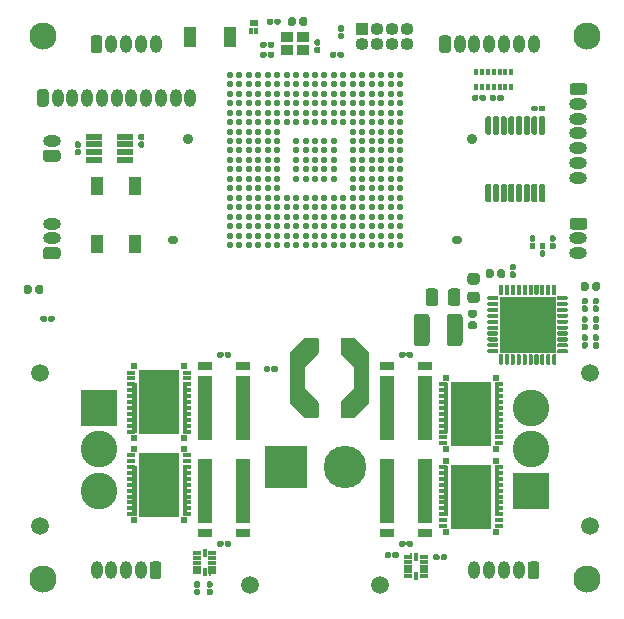
<source format=gts>
%TF.GenerationSoftware,KiCad,Pcbnew,(5.1.6)-1*%
%TF.CreationDate,2020-11-03T12:16:30+01:00*%
%TF.ProjectId,omodri_laas,6f6d6f64-7269-45f6-9c61-61732e6b6963,1.0*%
%TF.SameCoordinates,Original*%
%TF.FileFunction,Soldermask,Top*%
%TF.FilePolarity,Negative*%
%FSLAX46Y46*%
G04 Gerber Fmt 4.6, Leading zero omitted, Abs format (unit mm)*
G04 Created by KiCad (PCBNEW (5.1.6)-1) date 2020-11-03 12:16:30*
%MOMM*%
%LPD*%
G01*
G04 APERTURE LIST*
%ADD10C,0.100000*%
%ADD11C,0.550000*%
%ADD12R,0.800001X0.349999*%
%ADD13R,0.529999X0.475001*%
%ADD14R,3.400001X5.499999*%
%ADD15C,0.900000*%
%ADD16O,0.900000X0.700000*%
%ADD17R,0.300000X0.599999*%
%ADD18O,1.000000X1.500000*%
%ADD19C,3.100000*%
%ADD20R,3.100000X3.100000*%
%ADD21C,1.500000*%
%ADD22C,3.600000*%
%ADD23R,3.600000X3.600000*%
%ADD24R,1.100000X1.600000*%
%ADD25O,1.100000X1.100000*%
%ADD26R,1.100000X1.100000*%
%ADD27R,1.300000X0.800000*%
%ADD28R,1.300000X5.500000*%
%ADD29R,1.000000X1.800000*%
%ADD30R,1.320000X0.500000*%
%ADD31R,0.350000X0.500000*%
%ADD32R,0.800000X0.500000*%
%ADD33C,2.300000*%
%ADD34R,0.250000X0.350000*%
%ADD35R,0.300000X0.700000*%
%ADD36R,0.700000X0.300000*%
%ADD37O,1.500000X1.000000*%
%ADD38R,1.000000X0.900000*%
%ADD39R,4.700000X4.700000*%
G04 APERTURE END LIST*
D10*
%TO.C,Q1*%
G36*
X114100000Y-85575000D02*
G01*
X113800000Y-85575000D01*
X113800000Y-81425000D01*
X114100000Y-81425000D01*
X114100000Y-85575000D01*
G37*
X114100000Y-85575000D02*
X113800000Y-85575000D01*
X113800000Y-81425000D01*
X114100000Y-81425000D01*
X114100000Y-85575000D01*
G36*
X109800000Y-85575000D02*
G01*
X109500000Y-85575000D01*
X109500000Y-81425000D01*
X109800000Y-81425000D01*
X109800000Y-85575000D01*
G37*
X109800000Y-85575000D02*
X109500000Y-85575000D01*
X109500000Y-81425000D01*
X109800000Y-81425000D01*
X109800000Y-85575000D01*
%TO.C,Q3*%
G36*
X114100000Y-92575000D02*
G01*
X113800000Y-92575000D01*
X113800000Y-88425000D01*
X114100000Y-88425000D01*
X114100000Y-92575000D01*
G37*
X114100000Y-92575000D02*
X113800000Y-92575000D01*
X113800000Y-88425000D01*
X114100000Y-88425000D01*
X114100000Y-92575000D01*
G36*
X109800000Y-92575000D02*
G01*
X109500000Y-92575000D01*
X109500000Y-88425000D01*
X109800000Y-88425000D01*
X109800000Y-92575000D01*
G37*
X109800000Y-92575000D02*
X109500000Y-92575000D01*
X109500000Y-88425000D01*
X109800000Y-88425000D01*
X109800000Y-92575000D01*
%TO.C,Q4*%
G36*
X135900000Y-88424999D02*
G01*
X136200000Y-88424999D01*
X136200000Y-92574999D01*
X135900000Y-92574999D01*
X135900000Y-88424999D01*
G37*
X135900000Y-88424999D02*
X136200000Y-88424999D01*
X136200000Y-92574999D01*
X135900000Y-92574999D01*
X135900000Y-88424999D01*
G36*
X140200000Y-88424999D02*
G01*
X140500000Y-88424999D01*
X140500000Y-92574999D01*
X140200000Y-92574999D01*
X140200000Y-88424999D01*
G37*
X140200000Y-88424999D02*
X140500000Y-88424999D01*
X140500000Y-92574999D01*
X140200000Y-92574999D01*
X140200000Y-88424999D01*
%TO.C,Q6*%
G36*
X135900000Y-81424999D02*
G01*
X136200000Y-81424999D01*
X136200000Y-85574999D01*
X135900000Y-85574999D01*
X135900000Y-81424999D01*
G37*
X135900000Y-81424999D02*
X136200000Y-81424999D01*
X136200000Y-85574999D01*
X135900000Y-85574999D01*
X135900000Y-81424999D01*
G36*
X140200000Y-81424999D02*
G01*
X140500000Y-81424999D01*
X140500000Y-85574999D01*
X140200000Y-85574999D01*
X140200000Y-81424999D01*
G37*
X140200000Y-81424999D02*
X140500000Y-81424999D01*
X140500000Y-85574999D01*
X140200000Y-85574999D01*
X140200000Y-81424999D01*
%TD*%
D11*
%TO.C,U1*%
X132200000Y-68100000D03*
X132200000Y-61700000D03*
X132200000Y-62500000D03*
X132200000Y-60100000D03*
X132200000Y-66500000D03*
X132200000Y-69700000D03*
X132200000Y-63300000D03*
X132200000Y-59300000D03*
X132200000Y-55300000D03*
X132200000Y-68900000D03*
X132200000Y-56900000D03*
X132200000Y-64900000D03*
X132200000Y-64100000D03*
X132200000Y-67300000D03*
X132200000Y-57700000D03*
X132200000Y-60900000D03*
X132200000Y-65700000D03*
X132200000Y-56100000D03*
X132200000Y-58500000D03*
X131400000Y-65700000D03*
X131400000Y-56900000D03*
X131400000Y-60100000D03*
X131400000Y-64900000D03*
X131400000Y-55300000D03*
X131400000Y-59300000D03*
X131400000Y-68900000D03*
X131400000Y-64100000D03*
X131400000Y-57700000D03*
X131400000Y-60900000D03*
X131400000Y-66500000D03*
X131400000Y-67300000D03*
X131400000Y-58500000D03*
X131400000Y-62500000D03*
X131400000Y-69700000D03*
X131400000Y-68100000D03*
X131400000Y-61700000D03*
X131400000Y-56100000D03*
X131400000Y-63300000D03*
X130600000Y-64100000D03*
X130600000Y-65700000D03*
X130600000Y-67300000D03*
X130600000Y-57700000D03*
X130600000Y-62500000D03*
X130600000Y-56900000D03*
X130600000Y-60900000D03*
X130600000Y-64900000D03*
X130600000Y-55300000D03*
X130600000Y-69700000D03*
X130600000Y-60100000D03*
X130600000Y-59300000D03*
X130600000Y-68100000D03*
X130600000Y-66500000D03*
X130600000Y-58500000D03*
X130600000Y-61700000D03*
X130600000Y-68900000D03*
X130600000Y-56100000D03*
X130600000Y-63300000D03*
X129800000Y-62500000D03*
X129800000Y-68900000D03*
X129800000Y-57700000D03*
X129800000Y-60900000D03*
X129800000Y-56100000D03*
X129800000Y-56900000D03*
X129800000Y-69700000D03*
X129800000Y-66500000D03*
X129800000Y-68100000D03*
X129800000Y-55300000D03*
X129800000Y-59300000D03*
X129800000Y-63300000D03*
X129800000Y-60100000D03*
X129800000Y-58500000D03*
X129800000Y-64100000D03*
X129800000Y-65700000D03*
X129800000Y-61700000D03*
X129800000Y-67300000D03*
X129800000Y-64900000D03*
X129000000Y-68100000D03*
X129000000Y-68900000D03*
X129000000Y-66500000D03*
X129000000Y-63300000D03*
X129000000Y-56900000D03*
X129000000Y-60100000D03*
X129000000Y-64100000D03*
X129000000Y-57700000D03*
X129000000Y-59300000D03*
X129000000Y-65700000D03*
X129000000Y-55300000D03*
X129000000Y-61700000D03*
X129000000Y-69700000D03*
X129000000Y-67300000D03*
X129000000Y-62500000D03*
X129000000Y-60900000D03*
X129000000Y-64900000D03*
X129000000Y-56100000D03*
X129000000Y-58500000D03*
X128200000Y-69700000D03*
X128200000Y-55300000D03*
X128200000Y-57700000D03*
X128200000Y-67300000D03*
X128200000Y-56900000D03*
X128200000Y-62500000D03*
X128200000Y-68900000D03*
X128200000Y-60100000D03*
X128200000Y-59300000D03*
X128200000Y-64100000D03*
X128200000Y-65700000D03*
X128200000Y-61700000D03*
X128200000Y-64900000D03*
X128200000Y-66500000D03*
X128200000Y-63300000D03*
X128200000Y-56100000D03*
X128200000Y-58500000D03*
X128200000Y-60900000D03*
X128200000Y-68100000D03*
X127400000Y-65700000D03*
X127400000Y-56100000D03*
X127400000Y-66500000D03*
X127400000Y-67300000D03*
X127400000Y-56900000D03*
X127400000Y-55300000D03*
X127400000Y-68100000D03*
X127400000Y-57700000D03*
X127400000Y-68900000D03*
X127400000Y-59300000D03*
X127400000Y-69700000D03*
X127400000Y-58500000D03*
X126600000Y-55300000D03*
X126600000Y-66500000D03*
X126600000Y-65700000D03*
X126600000Y-56100000D03*
X126600000Y-57700000D03*
X126600000Y-68100000D03*
X126600000Y-67300000D03*
X126600000Y-56900000D03*
X126600000Y-68900000D03*
X126600000Y-59300000D03*
X126600000Y-69700000D03*
X126600000Y-58500000D03*
X125000000Y-56100000D03*
X125800000Y-60900000D03*
X125000000Y-68100000D03*
X125000000Y-67300000D03*
X125000000Y-66500000D03*
X125800000Y-64100000D03*
X125000000Y-56900000D03*
X125000000Y-55300000D03*
X125000000Y-57700000D03*
X125000000Y-65700000D03*
X125800000Y-62500000D03*
X125000000Y-59300000D03*
X125000000Y-69700000D03*
X125800000Y-63300000D03*
X125000000Y-68900000D03*
X125000000Y-58500000D03*
X125800000Y-61700000D03*
X125800000Y-56100000D03*
X125800000Y-68900000D03*
X126600000Y-63300000D03*
X125800000Y-69700000D03*
X125800000Y-55300000D03*
X125800000Y-66500000D03*
X125800000Y-67300000D03*
X125800000Y-59300000D03*
X126600000Y-64100000D03*
X125800000Y-68100000D03*
X125800000Y-58500000D03*
X126600000Y-60900000D03*
X126600000Y-61700000D03*
X125800000Y-57700000D03*
X125800000Y-65700000D03*
X126600000Y-62500000D03*
X125800000Y-56900000D03*
X124200000Y-68900000D03*
X124200000Y-58500000D03*
X124200000Y-59300000D03*
X124200000Y-55300000D03*
X124200000Y-68100000D03*
X125000000Y-63300000D03*
X125000000Y-60900000D03*
X124200000Y-56100000D03*
X125000000Y-62500000D03*
X125000000Y-64100000D03*
X124200000Y-65700000D03*
X124200000Y-66500000D03*
X124200000Y-69700000D03*
X124200000Y-57700000D03*
X125000000Y-61700000D03*
X124200000Y-67300000D03*
X124200000Y-56900000D03*
X124200000Y-60900000D03*
X123400000Y-65700000D03*
X123400000Y-58500000D03*
X123400000Y-56100000D03*
X123400000Y-66500000D03*
X124200000Y-63300000D03*
X124200000Y-64100000D03*
X123400000Y-59300000D03*
X123400000Y-55300000D03*
X123400000Y-69700000D03*
X123400000Y-68100000D03*
X123400000Y-68900000D03*
X124200000Y-62500000D03*
X123400000Y-57700000D03*
X124200000Y-61700000D03*
X123400000Y-56900000D03*
X123400000Y-67300000D03*
X123400000Y-60900000D03*
X122600000Y-58500000D03*
X122600000Y-55300000D03*
X122600000Y-59300000D03*
X123400000Y-64100000D03*
X122600000Y-56100000D03*
X122600000Y-65700000D03*
X122600000Y-66500000D03*
X123400000Y-63300000D03*
X123400000Y-62500000D03*
X122600000Y-57700000D03*
X123400000Y-61700000D03*
X122600000Y-56900000D03*
X122600000Y-69700000D03*
X122600000Y-68100000D03*
X122600000Y-68900000D03*
X122600000Y-67300000D03*
X121800000Y-56100000D03*
X121800000Y-56900000D03*
X121800000Y-57700000D03*
X121800000Y-58500000D03*
X121800000Y-59300000D03*
X121800000Y-60100000D03*
X121800000Y-60900000D03*
X121800000Y-61700000D03*
X121800000Y-62500000D03*
X121800000Y-63300000D03*
X121800000Y-55300000D03*
X121800000Y-64100000D03*
X121800000Y-64900000D03*
X121800000Y-65700000D03*
X121800000Y-66500000D03*
X121000000Y-56100000D03*
X121000000Y-55300000D03*
X121000000Y-57700000D03*
X121000000Y-56900000D03*
X121000000Y-64900000D03*
X121000000Y-64100000D03*
X121000000Y-62500000D03*
X121000000Y-63300000D03*
X121000000Y-61700000D03*
X121000000Y-60900000D03*
X121000000Y-60100000D03*
X121000000Y-59300000D03*
X121000000Y-58500000D03*
X121800000Y-68100000D03*
X121000000Y-65700000D03*
X120200000Y-69700000D03*
X121800000Y-68900000D03*
X121800000Y-69700000D03*
X120200000Y-65700000D03*
X120200000Y-64900000D03*
X120200000Y-63300000D03*
X120200000Y-62500000D03*
X120200000Y-61700000D03*
X120200000Y-60900000D03*
X120200000Y-59300000D03*
X120200000Y-58500000D03*
X120200000Y-57700000D03*
X121000000Y-69700000D03*
X121000000Y-68900000D03*
X120200000Y-56100000D03*
X120200000Y-55300000D03*
X121000000Y-68100000D03*
X120200000Y-64100000D03*
X120200000Y-56900000D03*
X120200000Y-68900000D03*
X120200000Y-67300000D03*
X121000000Y-67300000D03*
X120200000Y-68100000D03*
X120200000Y-60100000D03*
X120200000Y-66500000D03*
X121000000Y-66500000D03*
X121800000Y-67300000D03*
X119400000Y-55300000D03*
X119400000Y-56100000D03*
X119400000Y-56900000D03*
X119400000Y-57700000D03*
X119400000Y-58500000D03*
X119400000Y-59300000D03*
X119400000Y-60100000D03*
X119400000Y-60900000D03*
X119400000Y-61700000D03*
X119400000Y-62500000D03*
X119400000Y-63300000D03*
X119400000Y-64100000D03*
X119400000Y-64900000D03*
X119400000Y-65700000D03*
X119400000Y-66500000D03*
X119400000Y-67300000D03*
X119400000Y-68100000D03*
X119400000Y-68900000D03*
X119400000Y-69700000D03*
X117800000Y-69700000D03*
X117800000Y-68900000D03*
X117800000Y-68100000D03*
X117800000Y-67300000D03*
X117800000Y-66500000D03*
X117800000Y-65700000D03*
X117800000Y-64900000D03*
X117800000Y-64100000D03*
X117800000Y-63300000D03*
X117800000Y-62500000D03*
X117800000Y-61700000D03*
X117800000Y-60900000D03*
X117800000Y-60100000D03*
X117800000Y-59300000D03*
X117800000Y-58500000D03*
X117800000Y-57700000D03*
X117800000Y-56900000D03*
X117800000Y-56100000D03*
X117800000Y-55300000D03*
X118600000Y-69700000D03*
X118600000Y-68900000D03*
X118600000Y-68100000D03*
X118600000Y-67300000D03*
X118600000Y-66500000D03*
X118600000Y-65700000D03*
X118600000Y-64900000D03*
X118600000Y-64100000D03*
X118600000Y-63300000D03*
X118600000Y-62500000D03*
X118600000Y-61700000D03*
X118600000Y-60900000D03*
X118600000Y-60100000D03*
X118600000Y-59300000D03*
X118600000Y-58500000D03*
X118600000Y-57700000D03*
X118600000Y-56900000D03*
X118600000Y-56100000D03*
X118600000Y-55300000D03*
%TD*%
D10*
%TO.C,L1*%
G36*
X127240245Y-84311539D02*
G01*
X127230866Y-84308694D01*
X127222221Y-84304073D01*
X127214645Y-84297855D01*
X127208427Y-84290279D01*
X127203806Y-84281634D01*
X127200961Y-84272255D01*
X127200000Y-84262500D01*
X127200000Y-83062500D01*
X127200961Y-83052745D01*
X127203806Y-83043366D01*
X127208427Y-83034721D01*
X127213523Y-83028303D01*
X128325000Y-81842728D01*
X128325000Y-80082272D01*
X127213523Y-78896697D01*
X127207553Y-78888924D01*
X127203213Y-78880135D01*
X127200672Y-78870668D01*
X127200000Y-78862500D01*
X127200000Y-77662500D01*
X127200961Y-77652745D01*
X127203806Y-77643366D01*
X127208427Y-77634721D01*
X127214645Y-77627145D01*
X127222221Y-77620927D01*
X127230866Y-77616306D01*
X127240245Y-77613461D01*
X127250000Y-77612500D01*
X128375000Y-77612500D01*
X128384755Y-77613461D01*
X128394134Y-77616306D01*
X128402779Y-77620927D01*
X128410355Y-77627145D01*
X129585355Y-78802145D01*
X129591573Y-78809721D01*
X129596194Y-78818366D01*
X129599039Y-78827745D01*
X129600000Y-78837500D01*
X129600000Y-83087500D01*
X129599039Y-83097255D01*
X129596194Y-83106634D01*
X129591573Y-83115279D01*
X129585355Y-83122855D01*
X128410355Y-84297855D01*
X128402779Y-84304073D01*
X128394134Y-84308694D01*
X128384755Y-84311539D01*
X128375000Y-84312500D01*
X127250000Y-84312500D01*
X127240245Y-84311539D01*
G37*
G36*
X125259755Y-77613461D02*
G01*
X125269134Y-77616306D01*
X125277779Y-77620927D01*
X125285355Y-77627145D01*
X125291573Y-77634721D01*
X125296194Y-77643366D01*
X125299039Y-77652745D01*
X125300000Y-77662500D01*
X125300000Y-78862500D01*
X125299039Y-78872255D01*
X125296194Y-78881634D01*
X125291573Y-78890279D01*
X125286477Y-78896697D01*
X124175000Y-80082272D01*
X124175000Y-81842728D01*
X125286477Y-83028303D01*
X125292447Y-83036076D01*
X125296787Y-83044865D01*
X125299328Y-83054332D01*
X125300000Y-83062500D01*
X125300000Y-84262500D01*
X125299039Y-84272255D01*
X125296194Y-84281634D01*
X125291573Y-84290279D01*
X125285355Y-84297855D01*
X125277779Y-84304073D01*
X125269134Y-84308694D01*
X125259755Y-84311539D01*
X125250000Y-84312500D01*
X124125000Y-84312500D01*
X124115245Y-84311539D01*
X124105866Y-84308694D01*
X124097221Y-84304073D01*
X124089645Y-84297855D01*
X122914645Y-83122855D01*
X122908427Y-83115279D01*
X122903806Y-83106634D01*
X122900961Y-83097255D01*
X122900000Y-83087500D01*
X122900000Y-78837500D01*
X122900961Y-78827745D01*
X122903806Y-78818366D01*
X122908427Y-78809721D01*
X122914645Y-78802145D01*
X124089645Y-77627145D01*
X124097221Y-77620927D01*
X124105866Y-77616306D01*
X124115245Y-77613461D01*
X124125000Y-77612500D01*
X125250000Y-77612500D01*
X125259755Y-77613461D01*
G37*
%TD*%
D12*
%TO.C,Q1*%
X109450000Y-80500000D03*
X109450000Y-80999999D03*
X109450000Y-81500000D03*
X109450000Y-81999999D03*
X109450000Y-82500001D03*
X109450000Y-83000000D03*
X109450000Y-83499999D03*
X109450000Y-84000001D03*
X109450000Y-84500000D03*
X109450000Y-85000001D03*
X109450000Y-85500000D03*
X114150000Y-85500000D03*
X114150000Y-85000001D03*
X114150000Y-84500000D03*
X114150000Y-84000001D03*
X114150000Y-83499999D03*
X114150000Y-83000000D03*
X114150000Y-82500001D03*
X114150000Y-81999999D03*
X114150000Y-81500000D03*
X114150000Y-80999999D03*
X114150000Y-80500000D03*
D13*
X109685000Y-79987001D03*
X109685000Y-86012999D03*
X113915000Y-86012999D03*
X113915000Y-79987001D03*
D14*
X111800000Y-83000000D03*
%TD*%
D12*
%TO.C,Q3*%
X109450000Y-87500000D03*
X109450000Y-87999999D03*
X109450000Y-88500000D03*
X109450000Y-88999999D03*
X109450000Y-89500001D03*
X109450000Y-90000000D03*
X109450000Y-90499999D03*
X109450000Y-91000001D03*
X109450000Y-91500000D03*
X109450000Y-92000001D03*
X109450000Y-92500000D03*
X114150000Y-92500000D03*
X114150000Y-92000001D03*
X114150000Y-91500000D03*
X114150000Y-91000001D03*
X114150000Y-90499999D03*
X114150000Y-90000000D03*
X114150000Y-89500001D03*
X114150000Y-88999999D03*
X114150000Y-88500000D03*
X114150000Y-87999999D03*
X114150000Y-87500000D03*
D13*
X109685000Y-86987001D03*
X109685000Y-93012999D03*
X113915000Y-93012999D03*
X113915000Y-86987001D03*
D14*
X111800000Y-90000000D03*
%TD*%
D12*
%TO.C,Q4*%
X140550000Y-93499999D03*
X140550000Y-93000000D03*
X140550000Y-92499999D03*
X140550000Y-92000000D03*
X140550000Y-91499998D03*
X140550000Y-90999999D03*
X140550000Y-90500000D03*
X140550000Y-89999998D03*
X140550000Y-89499999D03*
X140550000Y-88999998D03*
X140550000Y-88499999D03*
X135850000Y-88499999D03*
X135850000Y-88999998D03*
X135850000Y-89499999D03*
X135850000Y-89999998D03*
X135850000Y-90500000D03*
X135850000Y-90999999D03*
X135850000Y-91499998D03*
X135850000Y-92000000D03*
X135850000Y-92499999D03*
X135850000Y-93000000D03*
X135850000Y-93499999D03*
D13*
X140315000Y-94012998D03*
X140315000Y-87987000D03*
X136085000Y-87987000D03*
X136085000Y-94012998D03*
D14*
X138200000Y-90999999D03*
%TD*%
D12*
%TO.C,Q6*%
X140550000Y-86499999D03*
X140550000Y-86000000D03*
X140550000Y-85499999D03*
X140550000Y-85000000D03*
X140550000Y-84499998D03*
X140550000Y-83999999D03*
X140550000Y-83500000D03*
X140550000Y-82999998D03*
X140550000Y-82499999D03*
X140550000Y-81999998D03*
X140550000Y-81499999D03*
X135850000Y-81499999D03*
X135850000Y-81999998D03*
X135850000Y-82499999D03*
X135850000Y-82999998D03*
X135850000Y-83500000D03*
X135850000Y-83999999D03*
X135850000Y-84499998D03*
X135850000Y-85000000D03*
X135850000Y-85499999D03*
X135850000Y-86000000D03*
X135850000Y-86499999D03*
D13*
X140315000Y-87012998D03*
X140315000Y-80987000D03*
X136085000Y-80987000D03*
X136085000Y-87012998D03*
D14*
X138200000Y-83999999D03*
%TD*%
D15*
%TO.C,J15*%
X114270000Y-60740000D03*
D16*
X113000000Y-69260000D03*
%TD*%
D17*
%TO.C,U9*%
X141624999Y-55075000D03*
X141125000Y-55075000D03*
X140624998Y-55075000D03*
X140124999Y-55075000D03*
X139624997Y-55075000D03*
X139124998Y-55075000D03*
X138624999Y-55075000D03*
X138624999Y-56325000D03*
X139124998Y-56325000D03*
X139624997Y-56325000D03*
X140124999Y-56325000D03*
X140624998Y-56325000D03*
X141125000Y-56325000D03*
X141624999Y-56325000D03*
%TD*%
D18*
%TO.C,J2*%
X111500000Y-52700000D03*
X110250000Y-52700000D03*
X109000000Y-52700000D03*
X107750000Y-52700000D03*
G36*
G01*
X106000000Y-53200000D02*
X106000000Y-52200000D01*
G75*
G02*
X106250000Y-51950000I250000J0D01*
G01*
X106750000Y-51950000D01*
G75*
G02*
X107000000Y-52200000I0J-250000D01*
G01*
X107000000Y-53200000D01*
G75*
G02*
X106750000Y-53450000I-250000J0D01*
G01*
X106250000Y-53450000D01*
G75*
G02*
X106000000Y-53200000I0J250000D01*
G01*
G37*
%TD*%
%TO.C,J5*%
X106500000Y-97250000D03*
X107750000Y-97250000D03*
X109000000Y-97250000D03*
X110250000Y-97250000D03*
G36*
G01*
X112000000Y-96750000D02*
X112000000Y-97750000D01*
G75*
G02*
X111750000Y-98000000I-250000J0D01*
G01*
X111250000Y-98000000D01*
G75*
G02*
X111000000Y-97750000I0J250000D01*
G01*
X111000000Y-96750000D01*
G75*
G02*
X111250000Y-96500000I250000J0D01*
G01*
X111750000Y-96500000D01*
G75*
G02*
X112000000Y-96750000I0J-250000D01*
G01*
G37*
%TD*%
%TO.C,J6*%
X138500000Y-97250000D03*
X139750000Y-97250000D03*
X141000000Y-97250000D03*
X142250000Y-97250000D03*
G36*
G01*
X144000000Y-96750000D02*
X144000000Y-97750000D01*
G75*
G02*
X143750000Y-98000000I-250000J0D01*
G01*
X143250000Y-98000000D01*
G75*
G02*
X143000000Y-97750000I0J250000D01*
G01*
X143000000Y-96750000D01*
G75*
G02*
X143250000Y-96500000I250000J0D01*
G01*
X143750000Y-96500000D01*
G75*
G02*
X144000000Y-96750000I0J-250000D01*
G01*
G37*
%TD*%
%TO.C,U10*%
G36*
G01*
X144100000Y-64525000D02*
X144350000Y-64525000D01*
G75*
G02*
X144475000Y-64650000I0J-125000D01*
G01*
X144475000Y-65975000D01*
G75*
G02*
X144350000Y-66100000I-125000J0D01*
G01*
X144100000Y-66100000D01*
G75*
G02*
X143975000Y-65975000I0J125000D01*
G01*
X143975000Y-64650000D01*
G75*
G02*
X144100000Y-64525000I125000J0D01*
G01*
G37*
G36*
G01*
X143450000Y-64525000D02*
X143700000Y-64525000D01*
G75*
G02*
X143825000Y-64650000I0J-125000D01*
G01*
X143825000Y-65975000D01*
G75*
G02*
X143700000Y-66100000I-125000J0D01*
G01*
X143450000Y-66100000D01*
G75*
G02*
X143325000Y-65975000I0J125000D01*
G01*
X143325000Y-64650000D01*
G75*
G02*
X143450000Y-64525000I125000J0D01*
G01*
G37*
G36*
G01*
X142800000Y-64525000D02*
X143050000Y-64525000D01*
G75*
G02*
X143175000Y-64650000I0J-125000D01*
G01*
X143175000Y-65975000D01*
G75*
G02*
X143050000Y-66100000I-125000J0D01*
G01*
X142800000Y-66100000D01*
G75*
G02*
X142675000Y-65975000I0J125000D01*
G01*
X142675000Y-64650000D01*
G75*
G02*
X142800000Y-64525000I125000J0D01*
G01*
G37*
G36*
G01*
X142150000Y-64525000D02*
X142400000Y-64525000D01*
G75*
G02*
X142525000Y-64650000I0J-125000D01*
G01*
X142525000Y-65975000D01*
G75*
G02*
X142400000Y-66100000I-125000J0D01*
G01*
X142150000Y-66100000D01*
G75*
G02*
X142025000Y-65975000I0J125000D01*
G01*
X142025000Y-64650000D01*
G75*
G02*
X142150000Y-64525000I125000J0D01*
G01*
G37*
G36*
G01*
X141500000Y-64525000D02*
X141750000Y-64525000D01*
G75*
G02*
X141875000Y-64650000I0J-125000D01*
G01*
X141875000Y-65975000D01*
G75*
G02*
X141750000Y-66100000I-125000J0D01*
G01*
X141500000Y-66100000D01*
G75*
G02*
X141375000Y-65975000I0J125000D01*
G01*
X141375000Y-64650000D01*
G75*
G02*
X141500000Y-64525000I125000J0D01*
G01*
G37*
G36*
G01*
X140850000Y-64525000D02*
X141100000Y-64525000D01*
G75*
G02*
X141225000Y-64650000I0J-125000D01*
G01*
X141225000Y-65975000D01*
G75*
G02*
X141100000Y-66100000I-125000J0D01*
G01*
X140850000Y-66100000D01*
G75*
G02*
X140725000Y-65975000I0J125000D01*
G01*
X140725000Y-64650000D01*
G75*
G02*
X140850000Y-64525000I125000J0D01*
G01*
G37*
G36*
G01*
X140200000Y-64525000D02*
X140450000Y-64525000D01*
G75*
G02*
X140575000Y-64650000I0J-125000D01*
G01*
X140575000Y-65975000D01*
G75*
G02*
X140450000Y-66100000I-125000J0D01*
G01*
X140200000Y-66100000D01*
G75*
G02*
X140075000Y-65975000I0J125000D01*
G01*
X140075000Y-64650000D01*
G75*
G02*
X140200000Y-64525000I125000J0D01*
G01*
G37*
G36*
G01*
X139550000Y-64525000D02*
X139800000Y-64525000D01*
G75*
G02*
X139925000Y-64650000I0J-125000D01*
G01*
X139925000Y-65975000D01*
G75*
G02*
X139800000Y-66100000I-125000J0D01*
G01*
X139550000Y-66100000D01*
G75*
G02*
X139425000Y-65975000I0J125000D01*
G01*
X139425000Y-64650000D01*
G75*
G02*
X139550000Y-64525000I125000J0D01*
G01*
G37*
G36*
G01*
X139550000Y-58800000D02*
X139800000Y-58800000D01*
G75*
G02*
X139925000Y-58925000I0J-125000D01*
G01*
X139925000Y-60250000D01*
G75*
G02*
X139800000Y-60375000I-125000J0D01*
G01*
X139550000Y-60375000D01*
G75*
G02*
X139425000Y-60250000I0J125000D01*
G01*
X139425000Y-58925000D01*
G75*
G02*
X139550000Y-58800000I125000J0D01*
G01*
G37*
G36*
G01*
X140200000Y-58800000D02*
X140450000Y-58800000D01*
G75*
G02*
X140575000Y-58925000I0J-125000D01*
G01*
X140575000Y-60250000D01*
G75*
G02*
X140450000Y-60375000I-125000J0D01*
G01*
X140200000Y-60375000D01*
G75*
G02*
X140075000Y-60250000I0J125000D01*
G01*
X140075000Y-58925000D01*
G75*
G02*
X140200000Y-58800000I125000J0D01*
G01*
G37*
G36*
G01*
X140850000Y-58800000D02*
X141100000Y-58800000D01*
G75*
G02*
X141225000Y-58925000I0J-125000D01*
G01*
X141225000Y-60250000D01*
G75*
G02*
X141100000Y-60375000I-125000J0D01*
G01*
X140850000Y-60375000D01*
G75*
G02*
X140725000Y-60250000I0J125000D01*
G01*
X140725000Y-58925000D01*
G75*
G02*
X140850000Y-58800000I125000J0D01*
G01*
G37*
G36*
G01*
X141500000Y-58800000D02*
X141750000Y-58800000D01*
G75*
G02*
X141875000Y-58925000I0J-125000D01*
G01*
X141875000Y-60250000D01*
G75*
G02*
X141750000Y-60375000I-125000J0D01*
G01*
X141500000Y-60375000D01*
G75*
G02*
X141375000Y-60250000I0J125000D01*
G01*
X141375000Y-58925000D01*
G75*
G02*
X141500000Y-58800000I125000J0D01*
G01*
G37*
G36*
G01*
X142150000Y-58800000D02*
X142400000Y-58800000D01*
G75*
G02*
X142525000Y-58925000I0J-125000D01*
G01*
X142525000Y-60250000D01*
G75*
G02*
X142400000Y-60375000I-125000J0D01*
G01*
X142150000Y-60375000D01*
G75*
G02*
X142025000Y-60250000I0J125000D01*
G01*
X142025000Y-58925000D01*
G75*
G02*
X142150000Y-58800000I125000J0D01*
G01*
G37*
G36*
G01*
X142800000Y-58800000D02*
X143050000Y-58800000D01*
G75*
G02*
X143175000Y-58925000I0J-125000D01*
G01*
X143175000Y-60250000D01*
G75*
G02*
X143050000Y-60375000I-125000J0D01*
G01*
X142800000Y-60375000D01*
G75*
G02*
X142675000Y-60250000I0J125000D01*
G01*
X142675000Y-58925000D01*
G75*
G02*
X142800000Y-58800000I125000J0D01*
G01*
G37*
G36*
G01*
X143450000Y-58800000D02*
X143700000Y-58800000D01*
G75*
G02*
X143825000Y-58925000I0J-125000D01*
G01*
X143825000Y-60250000D01*
G75*
G02*
X143700000Y-60375000I-125000J0D01*
G01*
X143450000Y-60375000D01*
G75*
G02*
X143325000Y-60250000I0J125000D01*
G01*
X143325000Y-58925000D01*
G75*
G02*
X143450000Y-58800000I125000J0D01*
G01*
G37*
G36*
G01*
X144100000Y-58800000D02*
X144350000Y-58800000D01*
G75*
G02*
X144475000Y-58925000I0J-125000D01*
G01*
X144475000Y-60250000D01*
G75*
G02*
X144350000Y-60375000I-125000J0D01*
G01*
X144100000Y-60375000D01*
G75*
G02*
X143975000Y-60250000I0J125000D01*
G01*
X143975000Y-58925000D01*
G75*
G02*
X144100000Y-58800000I125000J0D01*
G01*
G37*
%TD*%
%TO.C,C92*%
G36*
G01*
X135437500Y-73643750D02*
X135437500Y-74606250D01*
G75*
G02*
X135168750Y-74875000I-268750J0D01*
G01*
X134631250Y-74875000D01*
G75*
G02*
X134362500Y-74606250I0J268750D01*
G01*
X134362500Y-73643750D01*
G75*
G02*
X134631250Y-73375000I268750J0D01*
G01*
X135168750Y-73375000D01*
G75*
G02*
X135437500Y-73643750I0J-268750D01*
G01*
G37*
G36*
G01*
X137312500Y-73643750D02*
X137312500Y-74606250D01*
G75*
G02*
X137043750Y-74875000I-268750J0D01*
G01*
X136506250Y-74875000D01*
G75*
G02*
X136237500Y-74606250I0J268750D01*
G01*
X136237500Y-73643750D01*
G75*
G02*
X136506250Y-73375000I268750J0D01*
G01*
X137043750Y-73375000D01*
G75*
G02*
X137312500Y-73643750I0J-268750D01*
G01*
G37*
%TD*%
%TO.C,R54*%
G36*
G01*
X147705000Y-76370000D02*
X147955000Y-76370000D01*
G75*
G02*
X148080000Y-76495000I0J-125000D01*
G01*
X148080000Y-76805000D01*
G75*
G02*
X147955000Y-76930000I-125000J0D01*
G01*
X147705000Y-76930000D01*
G75*
G02*
X147580000Y-76805000I0J125000D01*
G01*
X147580000Y-76495000D01*
G75*
G02*
X147705000Y-76370000I125000J0D01*
G01*
G37*
G36*
G01*
X147705000Y-75730000D02*
X147955000Y-75730000D01*
G75*
G02*
X148080000Y-75855000I0J-125000D01*
G01*
X148080000Y-76165000D01*
G75*
G02*
X147955000Y-76290000I-125000J0D01*
G01*
X147705000Y-76290000D01*
G75*
G02*
X147580000Y-76165000I0J125000D01*
G01*
X147580000Y-75855000D01*
G75*
G02*
X147705000Y-75730000I125000J0D01*
G01*
G37*
%TD*%
%TO.C,R55*%
G36*
G01*
X147705000Y-74820000D02*
X147955000Y-74820000D01*
G75*
G02*
X148080000Y-74945000I0J-125000D01*
G01*
X148080000Y-75255000D01*
G75*
G02*
X147955000Y-75380000I-125000J0D01*
G01*
X147705000Y-75380000D01*
G75*
G02*
X147580000Y-75255000I0J125000D01*
G01*
X147580000Y-74945000D01*
G75*
G02*
X147705000Y-74820000I125000J0D01*
G01*
G37*
G36*
G01*
X147705000Y-74180000D02*
X147955000Y-74180000D01*
G75*
G02*
X148080000Y-74305000I0J-125000D01*
G01*
X148080000Y-74615000D01*
G75*
G02*
X147955000Y-74740000I-125000J0D01*
G01*
X147705000Y-74740000D01*
G75*
G02*
X147580000Y-74615000I0J125000D01*
G01*
X147580000Y-74305000D01*
G75*
G02*
X147705000Y-74180000I125000J0D01*
G01*
G37*
%TD*%
%TO.C,R51*%
G36*
G01*
X147705000Y-77920000D02*
X147955000Y-77920000D01*
G75*
G02*
X148080000Y-78045000I0J-125000D01*
G01*
X148080000Y-78355000D01*
G75*
G02*
X147955000Y-78480000I-125000J0D01*
G01*
X147705000Y-78480000D01*
G75*
G02*
X147580000Y-78355000I0J125000D01*
G01*
X147580000Y-78045000D01*
G75*
G02*
X147705000Y-77920000I125000J0D01*
G01*
G37*
G36*
G01*
X147705000Y-77280000D02*
X147955000Y-77280000D01*
G75*
G02*
X148080000Y-77405000I0J-125000D01*
G01*
X148080000Y-77715000D01*
G75*
G02*
X147955000Y-77840000I-125000J0D01*
G01*
X147705000Y-77840000D01*
G75*
G02*
X147580000Y-77715000I0J125000D01*
G01*
X147580000Y-77405000D01*
G75*
G02*
X147705000Y-77280000I125000J0D01*
G01*
G37*
%TD*%
%TO.C,C101*%
G36*
G01*
X148655000Y-74820000D02*
X148905000Y-74820000D01*
G75*
G02*
X149030000Y-74945000I0J-125000D01*
G01*
X149030000Y-75255000D01*
G75*
G02*
X148905000Y-75380000I-125000J0D01*
G01*
X148655000Y-75380000D01*
G75*
G02*
X148530000Y-75255000I0J125000D01*
G01*
X148530000Y-74945000D01*
G75*
G02*
X148655000Y-74820000I125000J0D01*
G01*
G37*
G36*
G01*
X148655000Y-74180000D02*
X148905000Y-74180000D01*
G75*
G02*
X149030000Y-74305000I0J-125000D01*
G01*
X149030000Y-74615000D01*
G75*
G02*
X148905000Y-74740000I-125000J0D01*
G01*
X148655000Y-74740000D01*
G75*
G02*
X148530000Y-74615000I0J125000D01*
G01*
X148530000Y-74305000D01*
G75*
G02*
X148655000Y-74180000I125000J0D01*
G01*
G37*
%TD*%
%TO.C,C99*%
G36*
G01*
X148655000Y-77920000D02*
X148905000Y-77920000D01*
G75*
G02*
X149030000Y-78045000I0J-125000D01*
G01*
X149030000Y-78355000D01*
G75*
G02*
X148905000Y-78480000I-125000J0D01*
G01*
X148655000Y-78480000D01*
G75*
G02*
X148530000Y-78355000I0J125000D01*
G01*
X148530000Y-78045000D01*
G75*
G02*
X148655000Y-77920000I125000J0D01*
G01*
G37*
G36*
G01*
X148655000Y-77280000D02*
X148905000Y-77280000D01*
G75*
G02*
X149030000Y-77405000I0J-125000D01*
G01*
X149030000Y-77715000D01*
G75*
G02*
X148905000Y-77840000I-125000J0D01*
G01*
X148655000Y-77840000D01*
G75*
G02*
X148530000Y-77715000I0J125000D01*
G01*
X148530000Y-77405000D01*
G75*
G02*
X148655000Y-77280000I125000J0D01*
G01*
G37*
%TD*%
%TO.C,C100*%
G36*
G01*
X148655000Y-76375000D02*
X148905000Y-76375000D01*
G75*
G02*
X149030000Y-76500000I0J-125000D01*
G01*
X149030000Y-76810000D01*
G75*
G02*
X148905000Y-76935000I-125000J0D01*
G01*
X148655000Y-76935000D01*
G75*
G02*
X148530000Y-76810000I0J125000D01*
G01*
X148530000Y-76500000D01*
G75*
G02*
X148655000Y-76375000I125000J0D01*
G01*
G37*
G36*
G01*
X148655000Y-75735000D02*
X148905000Y-75735000D01*
G75*
G02*
X149030000Y-75860000I0J-125000D01*
G01*
X149030000Y-76170000D01*
G75*
G02*
X148905000Y-76295000I-125000J0D01*
G01*
X148655000Y-76295000D01*
G75*
G02*
X148530000Y-76170000I0J125000D01*
G01*
X148530000Y-75860000D01*
G75*
G02*
X148655000Y-75735000I125000J0D01*
G01*
G37*
%TD*%
%TO.C,C94*%
G36*
G01*
X141875000Y-71855000D02*
X141625000Y-71855000D01*
G75*
G02*
X141500000Y-71730000I0J125000D01*
G01*
X141500000Y-71420000D01*
G75*
G02*
X141625000Y-71295000I125000J0D01*
G01*
X141875000Y-71295000D01*
G75*
G02*
X142000000Y-71420000I0J-125000D01*
G01*
X142000000Y-71730000D01*
G75*
G02*
X141875000Y-71855000I-125000J0D01*
G01*
G37*
G36*
G01*
X141875000Y-72495000D02*
X141625000Y-72495000D01*
G75*
G02*
X141500000Y-72370000I0J125000D01*
G01*
X141500000Y-72060000D01*
G75*
G02*
X141625000Y-71935000I125000J0D01*
G01*
X141875000Y-71935000D01*
G75*
G02*
X142000000Y-72060000I0J-125000D01*
G01*
X142000000Y-72370000D01*
G75*
G02*
X141875000Y-72495000I-125000J0D01*
G01*
G37*
%TD*%
D19*
%TO.C,J11*%
X106750000Y-90500000D03*
X106750000Y-87000000D03*
D20*
X106750000Y-83500000D03*
D21*
X101750000Y-93500000D03*
X101750000Y-80500000D03*
%TD*%
D19*
%TO.C,J12*%
X143250000Y-83500000D03*
X143250000Y-87000000D03*
D20*
X143250000Y-90500000D03*
D21*
X148250000Y-80500000D03*
X148250000Y-93500000D03*
%TD*%
D22*
%TO.C,J13*%
X127500000Y-88500000D03*
D23*
X122500000Y-88500000D03*
D21*
X130500000Y-98500000D03*
X119500000Y-98500000D03*
%TD*%
%TO.C,C2*%
G36*
G01*
X144135000Y-70150000D02*
X144385000Y-70150000D01*
G75*
G02*
X144510000Y-70275000I0J-125000D01*
G01*
X144510000Y-70585000D01*
G75*
G02*
X144385000Y-70710000I-125000J0D01*
G01*
X144135000Y-70710000D01*
G75*
G02*
X144010000Y-70585000I0J125000D01*
G01*
X144010000Y-70275000D01*
G75*
G02*
X144135000Y-70150000I125000J0D01*
G01*
G37*
G36*
G01*
X144135000Y-69510000D02*
X144385000Y-69510000D01*
G75*
G02*
X144510000Y-69635000I0J-125000D01*
G01*
X144510000Y-69945000D01*
G75*
G02*
X144385000Y-70070000I-125000J0D01*
G01*
X144135000Y-70070000D01*
G75*
G02*
X144010000Y-69945000I0J125000D01*
G01*
X144010000Y-69635000D01*
G75*
G02*
X144135000Y-69510000I125000J0D01*
G01*
G37*
%TD*%
%TO.C,C61*%
G36*
G01*
X115950000Y-98810000D02*
X116200000Y-98810000D01*
G75*
G02*
X116325000Y-98935000I0J-125000D01*
G01*
X116325000Y-99245000D01*
G75*
G02*
X116200000Y-99370000I-125000J0D01*
G01*
X115950000Y-99370000D01*
G75*
G02*
X115825000Y-99245000I0J125000D01*
G01*
X115825000Y-98935000D01*
G75*
G02*
X115950000Y-98810000I125000J0D01*
G01*
G37*
G36*
G01*
X115950000Y-98170000D02*
X116200000Y-98170000D01*
G75*
G02*
X116325000Y-98295000I0J-125000D01*
G01*
X116325000Y-98605000D01*
G75*
G02*
X116200000Y-98730000I-125000J0D01*
G01*
X115950000Y-98730000D01*
G75*
G02*
X115825000Y-98605000I0J125000D01*
G01*
X115825000Y-98295000D01*
G75*
G02*
X115950000Y-98170000I125000J0D01*
G01*
G37*
%TD*%
%TO.C,C62*%
G36*
G01*
X114875000Y-98810000D02*
X115125000Y-98810000D01*
G75*
G02*
X115250000Y-98935000I0J-125000D01*
G01*
X115250000Y-99245000D01*
G75*
G02*
X115125000Y-99370000I-125000J0D01*
G01*
X114875000Y-99370000D01*
G75*
G02*
X114750000Y-99245000I0J125000D01*
G01*
X114750000Y-98935000D01*
G75*
G02*
X114875000Y-98810000I125000J0D01*
G01*
G37*
G36*
G01*
X114875000Y-98170000D02*
X115125000Y-98170000D01*
G75*
G02*
X115250000Y-98295000I0J-125000D01*
G01*
X115250000Y-98605000D01*
G75*
G02*
X115125000Y-98730000I-125000J0D01*
G01*
X114875000Y-98730000D01*
G75*
G02*
X114750000Y-98605000I0J125000D01*
G01*
X114750000Y-98295000D01*
G75*
G02*
X114875000Y-98170000I125000J0D01*
G01*
G37*
%TD*%
%TO.C,C67*%
G36*
G01*
X110415000Y-60835000D02*
X110165000Y-60835000D01*
G75*
G02*
X110040000Y-60710000I0J125000D01*
G01*
X110040000Y-60400000D01*
G75*
G02*
X110165000Y-60275000I125000J0D01*
G01*
X110415000Y-60275000D01*
G75*
G02*
X110540000Y-60400000I0J-125000D01*
G01*
X110540000Y-60710000D01*
G75*
G02*
X110415000Y-60835000I-125000J0D01*
G01*
G37*
G36*
G01*
X110415000Y-61475000D02*
X110165000Y-61475000D01*
G75*
G02*
X110040000Y-61350000I0J125000D01*
G01*
X110040000Y-61040000D01*
G75*
G02*
X110165000Y-60915000I125000J0D01*
G01*
X110415000Y-60915000D01*
G75*
G02*
X110540000Y-61040000I0J-125000D01*
G01*
X110540000Y-61350000D01*
G75*
G02*
X110415000Y-61475000I-125000J0D01*
G01*
G37*
%TD*%
%TO.C,C69*%
G36*
G01*
X125325000Y-52830000D02*
X125075000Y-52830000D01*
G75*
G02*
X124950000Y-52705000I0J125000D01*
G01*
X124950000Y-52395000D01*
G75*
G02*
X125075000Y-52270000I125000J0D01*
G01*
X125325000Y-52270000D01*
G75*
G02*
X125450000Y-52395000I0J-125000D01*
G01*
X125450000Y-52705000D01*
G75*
G02*
X125325000Y-52830000I-125000J0D01*
G01*
G37*
G36*
G01*
X125325000Y-53470000D02*
X125075000Y-53470000D01*
G75*
G02*
X124950000Y-53345000I0J125000D01*
G01*
X124950000Y-53035000D01*
G75*
G02*
X125075000Y-52910000I125000J0D01*
G01*
X125325000Y-52910000D01*
G75*
G02*
X125450000Y-53035000I0J-125000D01*
G01*
X125450000Y-53345000D01*
G75*
G02*
X125325000Y-53470000I-125000J0D01*
G01*
G37*
%TD*%
%TO.C,C71*%
G36*
G01*
X120990000Y-53715000D02*
X120990000Y-53465000D01*
G75*
G02*
X121115000Y-53340000I125000J0D01*
G01*
X121425000Y-53340000D01*
G75*
G02*
X121550000Y-53465000I0J-125000D01*
G01*
X121550000Y-53715000D01*
G75*
G02*
X121425000Y-53840000I-125000J0D01*
G01*
X121115000Y-53840000D01*
G75*
G02*
X120990000Y-53715000I0J125000D01*
G01*
G37*
G36*
G01*
X120350000Y-53715000D02*
X120350000Y-53465000D01*
G75*
G02*
X120475000Y-53340000I125000J0D01*
G01*
X120785000Y-53340000D01*
G75*
G02*
X120910000Y-53465000I0J-125000D01*
G01*
X120910000Y-53715000D01*
G75*
G02*
X120785000Y-53840000I-125000J0D01*
G01*
X120475000Y-53840000D01*
G75*
G02*
X120350000Y-53715000I0J125000D01*
G01*
G37*
%TD*%
%TO.C,C80*%
G36*
G01*
X117340000Y-79120000D02*
X117340000Y-78870000D01*
G75*
G02*
X117465000Y-78745000I125000J0D01*
G01*
X117775000Y-78745000D01*
G75*
G02*
X117900000Y-78870000I0J-125000D01*
G01*
X117900000Y-79120000D01*
G75*
G02*
X117775000Y-79245000I-125000J0D01*
G01*
X117465000Y-79245000D01*
G75*
G02*
X117340000Y-79120000I0J125000D01*
G01*
G37*
G36*
G01*
X116700000Y-79120000D02*
X116700000Y-78870000D01*
G75*
G02*
X116825000Y-78745000I125000J0D01*
G01*
X117135000Y-78745000D01*
G75*
G02*
X117260000Y-78870000I0J-125000D01*
G01*
X117260000Y-79120000D01*
G75*
G02*
X117135000Y-79245000I-125000J0D01*
G01*
X116825000Y-79245000D01*
G75*
G02*
X116700000Y-79120000I0J125000D01*
G01*
G37*
%TD*%
%TO.C,C82*%
G36*
G01*
X102310000Y-75825000D02*
X102310000Y-76075000D01*
G75*
G02*
X102185000Y-76200000I-125000J0D01*
G01*
X101875000Y-76200000D01*
G75*
G02*
X101750000Y-76075000I0J125000D01*
G01*
X101750000Y-75825000D01*
G75*
G02*
X101875000Y-75700000I125000J0D01*
G01*
X102185000Y-75700000D01*
G75*
G02*
X102310000Y-75825000I0J-125000D01*
G01*
G37*
G36*
G01*
X102950000Y-75825000D02*
X102950000Y-76075000D01*
G75*
G02*
X102825000Y-76200000I-125000J0D01*
G01*
X102515000Y-76200000D01*
G75*
G02*
X102390000Y-76075000I0J125000D01*
G01*
X102390000Y-75825000D01*
G75*
G02*
X102515000Y-75700000I125000J0D01*
G01*
X102825000Y-75700000D01*
G75*
G02*
X102950000Y-75825000I0J-125000D01*
G01*
G37*
%TD*%
%TO.C,C87*%
G36*
G01*
X117340000Y-95125000D02*
X117340000Y-94875000D01*
G75*
G02*
X117465000Y-94750000I125000J0D01*
G01*
X117775000Y-94750000D01*
G75*
G02*
X117900000Y-94875000I0J-125000D01*
G01*
X117900000Y-95125000D01*
G75*
G02*
X117775000Y-95250000I-125000J0D01*
G01*
X117465000Y-95250000D01*
G75*
G02*
X117340000Y-95125000I0J125000D01*
G01*
G37*
G36*
G01*
X116700000Y-95125000D02*
X116700000Y-94875000D01*
G75*
G02*
X116825000Y-94750000I125000J0D01*
G01*
X117135000Y-94750000D01*
G75*
G02*
X117260000Y-94875000I0J-125000D01*
G01*
X117260000Y-95125000D01*
G75*
G02*
X117135000Y-95250000I-125000J0D01*
G01*
X116825000Y-95250000D01*
G75*
G02*
X116700000Y-95125000I0J125000D01*
G01*
G37*
%TD*%
%TO.C,C90*%
G36*
G01*
X138127500Y-76155000D02*
X138522500Y-76155000D01*
G75*
G02*
X138695000Y-76327500I0J-172500D01*
G01*
X138695000Y-76672500D01*
G75*
G02*
X138522500Y-76845000I-172500J0D01*
G01*
X138127500Y-76845000D01*
G75*
G02*
X137955000Y-76672500I0J172500D01*
G01*
X137955000Y-76327500D01*
G75*
G02*
X138127500Y-76155000I172500J0D01*
G01*
G37*
G36*
G01*
X138127500Y-75185000D02*
X138522500Y-75185000D01*
G75*
G02*
X138695000Y-75357500I0J-172500D01*
G01*
X138695000Y-75702500D01*
G75*
G02*
X138522500Y-75875000I-172500J0D01*
G01*
X138127500Y-75875000D01*
G75*
G02*
X137955000Y-75702500I0J172500D01*
G01*
X137955000Y-75357500D01*
G75*
G02*
X138127500Y-75185000I172500J0D01*
G01*
G37*
%TD*%
%TO.C,C91*%
G36*
G01*
X134700000Y-75795000D02*
X134700000Y-78005000D01*
G75*
G02*
X134430000Y-78275000I-270000J0D01*
G01*
X133620000Y-78275000D01*
G75*
G02*
X133350000Y-78005000I0J270000D01*
G01*
X133350000Y-75795000D01*
G75*
G02*
X133620000Y-75525000I270000J0D01*
G01*
X134430000Y-75525000D01*
G75*
G02*
X134700000Y-75795000I0J-270000D01*
G01*
G37*
G36*
G01*
X137500000Y-75795000D02*
X137500000Y-78005000D01*
G75*
G02*
X137230000Y-78275000I-270000J0D01*
G01*
X136420000Y-78275000D01*
G75*
G02*
X136150000Y-78005000I0J270000D01*
G01*
X136150000Y-75795000D01*
G75*
G02*
X136420000Y-75525000I270000J0D01*
G01*
X137230000Y-75525000D01*
G75*
G02*
X137500000Y-75795000I0J-270000D01*
G01*
G37*
%TD*%
%TO.C,C93*%
G36*
G01*
X140405000Y-72322500D02*
X140405000Y-71927500D01*
G75*
G02*
X140577500Y-71755000I172500J0D01*
G01*
X140922500Y-71755000D01*
G75*
G02*
X141095000Y-71927500I0J-172500D01*
G01*
X141095000Y-72322500D01*
G75*
G02*
X140922500Y-72495000I-172500J0D01*
G01*
X140577500Y-72495000D01*
G75*
G02*
X140405000Y-72322500I0J172500D01*
G01*
G37*
G36*
G01*
X139435000Y-72322500D02*
X139435000Y-71927500D01*
G75*
G02*
X139607500Y-71755000I172500J0D01*
G01*
X139952500Y-71755000D01*
G75*
G02*
X140125000Y-71927500I0J-172500D01*
G01*
X140125000Y-72322500D01*
G75*
G02*
X139952500Y-72495000I-172500J0D01*
G01*
X139607500Y-72495000D01*
G75*
G02*
X139435000Y-72322500I0J172500D01*
G01*
G37*
%TD*%
%TO.C,C95*%
G36*
G01*
X138706250Y-73050000D02*
X138143750Y-73050000D01*
G75*
G02*
X137900000Y-72806250I0J243750D01*
G01*
X137900000Y-72318750D01*
G75*
G02*
X138143750Y-72075000I243750J0D01*
G01*
X138706250Y-72075000D01*
G75*
G02*
X138950000Y-72318750I0J-243750D01*
G01*
X138950000Y-72806250D01*
G75*
G02*
X138706250Y-73050000I-243750J0D01*
G01*
G37*
G36*
G01*
X138706250Y-74625000D02*
X138143750Y-74625000D01*
G75*
G02*
X137900000Y-74381250I0J243750D01*
G01*
X137900000Y-73893750D01*
G75*
G02*
X138143750Y-73650000I243750J0D01*
G01*
X138706250Y-73650000D01*
G75*
G02*
X138950000Y-73893750I0J-243750D01*
G01*
X138950000Y-74381250D01*
G75*
G02*
X138706250Y-74625000I-243750J0D01*
G01*
G37*
%TD*%
%TO.C,C96*%
G36*
G01*
X132660000Y-94875000D02*
X132660000Y-95125000D01*
G75*
G02*
X132535000Y-95250000I-125000J0D01*
G01*
X132225000Y-95250000D01*
G75*
G02*
X132100000Y-95125000I0J125000D01*
G01*
X132100000Y-94875000D01*
G75*
G02*
X132225000Y-94750000I125000J0D01*
G01*
X132535000Y-94750000D01*
G75*
G02*
X132660000Y-94875000I0J-125000D01*
G01*
G37*
G36*
G01*
X133300000Y-94875000D02*
X133300000Y-95125000D01*
G75*
G02*
X133175000Y-95250000I-125000J0D01*
G01*
X132865000Y-95250000D01*
G75*
G02*
X132740000Y-95125000I0J125000D01*
G01*
X132740000Y-94875000D01*
G75*
G02*
X132865000Y-94750000I125000J0D01*
G01*
X133175000Y-94750000D01*
G75*
G02*
X133300000Y-94875000I0J-125000D01*
G01*
G37*
%TD*%
%TO.C,C103*%
G36*
G01*
X132660000Y-78875000D02*
X132660000Y-79125000D01*
G75*
G02*
X132535000Y-79250000I-125000J0D01*
G01*
X132225000Y-79250000D01*
G75*
G02*
X132100000Y-79125000I0J125000D01*
G01*
X132100000Y-78875000D01*
G75*
G02*
X132225000Y-78750000I125000J0D01*
G01*
X132535000Y-78750000D01*
G75*
G02*
X132660000Y-78875000I0J-125000D01*
G01*
G37*
G36*
G01*
X133300000Y-78875000D02*
X133300000Y-79125000D01*
G75*
G02*
X133175000Y-79250000I-125000J0D01*
G01*
X132865000Y-79250000D01*
G75*
G02*
X132740000Y-79125000I0J125000D01*
G01*
X132740000Y-78875000D01*
G75*
G02*
X132865000Y-78750000I125000J0D01*
G01*
X133175000Y-78750000D01*
G75*
G02*
X133300000Y-78875000I0J-125000D01*
G01*
G37*
%TD*%
%TO.C,D3*%
G36*
G01*
X101025000Y-73272500D02*
X101025000Y-73667500D01*
G75*
G02*
X100852500Y-73840000I-172500J0D01*
G01*
X100507500Y-73840000D01*
G75*
G02*
X100335000Y-73667500I0J172500D01*
G01*
X100335000Y-73272500D01*
G75*
G02*
X100507500Y-73100000I172500J0D01*
G01*
X100852500Y-73100000D01*
G75*
G02*
X101025000Y-73272500I0J-172500D01*
G01*
G37*
G36*
G01*
X101995000Y-73272500D02*
X101995000Y-73667500D01*
G75*
G02*
X101822500Y-73840000I-172500J0D01*
G01*
X101477500Y-73840000D01*
G75*
G02*
X101305000Y-73667500I0J172500D01*
G01*
X101305000Y-73272500D01*
G75*
G02*
X101477500Y-73100000I172500J0D01*
G01*
X101822500Y-73100000D01*
G75*
G02*
X101995000Y-73272500I0J-172500D01*
G01*
G37*
%TD*%
%TO.C,D4*%
G36*
G01*
X148455000Y-73407500D02*
X148455000Y-73012500D01*
G75*
G02*
X148627500Y-72840000I172500J0D01*
G01*
X148972500Y-72840000D01*
G75*
G02*
X149145000Y-73012500I0J-172500D01*
G01*
X149145000Y-73407500D01*
G75*
G02*
X148972500Y-73580000I-172500J0D01*
G01*
X148627500Y-73580000D01*
G75*
G02*
X148455000Y-73407500I0J172500D01*
G01*
G37*
G36*
G01*
X147485000Y-73407500D02*
X147485000Y-73012500D01*
G75*
G02*
X147657500Y-72840000I172500J0D01*
G01*
X148002500Y-72840000D01*
G75*
G02*
X148175000Y-73012500I0J-172500D01*
G01*
X148175000Y-73407500D01*
G75*
G02*
X148002500Y-73580000I-172500J0D01*
G01*
X147657500Y-73580000D01*
G75*
G02*
X147485000Y-73407500I0J172500D01*
G01*
G37*
%TD*%
D24*
%TO.C,D5*%
X109755000Y-64690000D03*
X106555000Y-64690000D03*
X109755000Y-69590000D03*
X106555000Y-69590000D03*
%TD*%
D25*
%TO.C,J9*%
X132760000Y-52650000D03*
X132760000Y-51380000D03*
X131490000Y-52650000D03*
X131490000Y-51380000D03*
X130220000Y-52650000D03*
X130220000Y-51380000D03*
X128950000Y-52650000D03*
D26*
X128950000Y-51380000D03*
%TD*%
%TO.C,R2*%
G36*
G01*
X145235000Y-69430000D02*
X144985000Y-69430000D01*
G75*
G02*
X144860000Y-69305000I0J125000D01*
G01*
X144860000Y-68995000D01*
G75*
G02*
X144985000Y-68870000I125000J0D01*
G01*
X145235000Y-68870000D01*
G75*
G02*
X145360000Y-68995000I0J-125000D01*
G01*
X145360000Y-69305000D01*
G75*
G02*
X145235000Y-69430000I-125000J0D01*
G01*
G37*
G36*
G01*
X145235000Y-70070000D02*
X144985000Y-70070000D01*
G75*
G02*
X144860000Y-69945000I0J125000D01*
G01*
X144860000Y-69635000D01*
G75*
G02*
X144985000Y-69510000I125000J0D01*
G01*
X145235000Y-69510000D01*
G75*
G02*
X145360000Y-69635000I0J-125000D01*
G01*
X145360000Y-69945000D01*
G75*
G02*
X145235000Y-70070000I-125000J0D01*
G01*
G37*
%TD*%
%TO.C,R3*%
G36*
G01*
X121219600Y-80088200D02*
X121219600Y-80338200D01*
G75*
G02*
X121094600Y-80463200I-125000J0D01*
G01*
X120784600Y-80463200D01*
G75*
G02*
X120659600Y-80338200I0J125000D01*
G01*
X120659600Y-80088200D01*
G75*
G02*
X120784600Y-79963200I125000J0D01*
G01*
X121094600Y-79963200D01*
G75*
G02*
X121219600Y-80088200I0J-125000D01*
G01*
G37*
G36*
G01*
X121859600Y-80088200D02*
X121859600Y-80338200D01*
G75*
G02*
X121734600Y-80463200I-125000J0D01*
G01*
X121424600Y-80463200D01*
G75*
G02*
X121299600Y-80338200I0J125000D01*
G01*
X121299600Y-80088200D01*
G75*
G02*
X121424600Y-79963200I125000J0D01*
G01*
X121734600Y-79963200D01*
G75*
G02*
X121859600Y-80088200I0J-125000D01*
G01*
G37*
%TD*%
%TO.C,R21*%
G36*
G01*
X105025000Y-61485000D02*
X104775000Y-61485000D01*
G75*
G02*
X104650000Y-61360000I0J125000D01*
G01*
X104650000Y-61050000D01*
G75*
G02*
X104775000Y-60925000I125000J0D01*
G01*
X105025000Y-60925000D01*
G75*
G02*
X105150000Y-61050000I0J-125000D01*
G01*
X105150000Y-61360000D01*
G75*
G02*
X105025000Y-61485000I-125000J0D01*
G01*
G37*
G36*
G01*
X105025000Y-62125000D02*
X104775000Y-62125000D01*
G75*
G02*
X104650000Y-62000000I0J125000D01*
G01*
X104650000Y-61690000D01*
G75*
G02*
X104775000Y-61565000I125000J0D01*
G01*
X105025000Y-61565000D01*
G75*
G02*
X105150000Y-61690000I0J-125000D01*
G01*
X105150000Y-62000000D01*
G75*
G02*
X105025000Y-62125000I-125000J0D01*
G01*
G37*
%TD*%
%TO.C,R22*%
G36*
G01*
X143935000Y-58275000D02*
X143935000Y-58025000D01*
G75*
G02*
X144060000Y-57900000I125000J0D01*
G01*
X144370000Y-57900000D01*
G75*
G02*
X144495000Y-58025000I0J-125000D01*
G01*
X144495000Y-58275000D01*
G75*
G02*
X144370000Y-58400000I-125000J0D01*
G01*
X144060000Y-58400000D01*
G75*
G02*
X143935000Y-58275000I0J125000D01*
G01*
G37*
G36*
G01*
X143295000Y-58275000D02*
X143295000Y-58025000D01*
G75*
G02*
X143420000Y-57900000I125000J0D01*
G01*
X143730000Y-57900000D01*
G75*
G02*
X143855000Y-58025000I0J-125000D01*
G01*
X143855000Y-58275000D01*
G75*
G02*
X143730000Y-58400000I-125000J0D01*
G01*
X143420000Y-58400000D01*
G75*
G02*
X143295000Y-58275000I0J125000D01*
G01*
G37*
%TD*%
%TO.C,R23*%
G36*
G01*
X140334998Y-57124999D02*
X140334998Y-57374999D01*
G75*
G02*
X140209998Y-57499999I-125000J0D01*
G01*
X139899998Y-57499999D01*
G75*
G02*
X139774998Y-57374999I0J125000D01*
G01*
X139774998Y-57124999D01*
G75*
G02*
X139899998Y-56999999I125000J0D01*
G01*
X140209998Y-56999999D01*
G75*
G02*
X140334998Y-57124999I0J-125000D01*
G01*
G37*
G36*
G01*
X140974998Y-57124999D02*
X140974998Y-57374999D01*
G75*
G02*
X140849998Y-57499999I-125000J0D01*
G01*
X140539998Y-57499999D01*
G75*
G02*
X140414998Y-57374999I0J125000D01*
G01*
X140414998Y-57124999D01*
G75*
G02*
X140539998Y-56999999I125000J0D01*
G01*
X140849998Y-56999999D01*
G75*
G02*
X140974998Y-57124999I0J-125000D01*
G01*
G37*
%TD*%
%TO.C,R24*%
G36*
G01*
X138834998Y-57124999D02*
X138834998Y-57374999D01*
G75*
G02*
X138709998Y-57499999I-125000J0D01*
G01*
X138399998Y-57499999D01*
G75*
G02*
X138274998Y-57374999I0J125000D01*
G01*
X138274998Y-57124999D01*
G75*
G02*
X138399998Y-56999999I125000J0D01*
G01*
X138709998Y-56999999D01*
G75*
G02*
X138834998Y-57124999I0J-125000D01*
G01*
G37*
G36*
G01*
X139474998Y-57124999D02*
X139474998Y-57374999D01*
G75*
G02*
X139349998Y-57499999I-125000J0D01*
G01*
X139039998Y-57499999D01*
G75*
G02*
X138914998Y-57374999I0J125000D01*
G01*
X138914998Y-57124999D01*
G75*
G02*
X139039998Y-56999999I125000J0D01*
G01*
X139349998Y-56999999D01*
G75*
G02*
X139474998Y-57124999I0J-125000D01*
G01*
G37*
%TD*%
%TO.C,R29*%
G36*
G01*
X120910000Y-52615000D02*
X120910000Y-52865000D01*
G75*
G02*
X120785000Y-52990000I-125000J0D01*
G01*
X120475000Y-52990000D01*
G75*
G02*
X120350000Y-52865000I0J125000D01*
G01*
X120350000Y-52615000D01*
G75*
G02*
X120475000Y-52490000I125000J0D01*
G01*
X120785000Y-52490000D01*
G75*
G02*
X120910000Y-52615000I0J-125000D01*
G01*
G37*
G36*
G01*
X121550000Y-52615000D02*
X121550000Y-52865000D01*
G75*
G02*
X121425000Y-52990000I-125000J0D01*
G01*
X121115000Y-52990000D01*
G75*
G02*
X120990000Y-52865000I0J125000D01*
G01*
X120990000Y-52615000D01*
G75*
G02*
X121115000Y-52490000I125000J0D01*
G01*
X121425000Y-52490000D01*
G75*
G02*
X121550000Y-52615000I0J-125000D01*
G01*
G37*
%TD*%
%TO.C,R30*%
G36*
G01*
X127075000Y-51740000D02*
X127325000Y-51740000D01*
G75*
G02*
X127450000Y-51865000I0J-125000D01*
G01*
X127450000Y-52175000D01*
G75*
G02*
X127325000Y-52300000I-125000J0D01*
G01*
X127075000Y-52300000D01*
G75*
G02*
X126950000Y-52175000I0J125000D01*
G01*
X126950000Y-51865000D01*
G75*
G02*
X127075000Y-51740000I125000J0D01*
G01*
G37*
G36*
G01*
X127075000Y-51100000D02*
X127325000Y-51100000D01*
G75*
G02*
X127450000Y-51225000I0J-125000D01*
G01*
X127450000Y-51535000D01*
G75*
G02*
X127325000Y-51660000I-125000J0D01*
G01*
X127075000Y-51660000D01*
G75*
G02*
X126950000Y-51535000I0J125000D01*
G01*
X126950000Y-51225000D01*
G75*
G02*
X127075000Y-51100000I125000J0D01*
G01*
G37*
%TD*%
D27*
%TO.C,R35*%
X118900000Y-79950000D03*
X115700000Y-79950000D03*
D28*
X118900000Y-83500000D03*
X115700000Y-83500000D03*
%TD*%
D27*
%TO.C,R44*%
X115700000Y-94050000D03*
X118900000Y-94050000D03*
D28*
X115700000Y-90500000D03*
X118900000Y-90500000D03*
%TD*%
D27*
%TO.C,R49*%
X131100000Y-94050000D03*
X134300000Y-94050000D03*
D28*
X131100000Y-90500000D03*
X134300000Y-90500000D03*
%TD*%
D27*
%TO.C,R58*%
X134300000Y-79950000D03*
X131100000Y-79950000D03*
D28*
X134300000Y-83500000D03*
X131100000Y-83500000D03*
%TD*%
D29*
%TO.C,SW1*%
X117800000Y-52090000D03*
X114400000Y-52090000D03*
%TD*%
D30*
%TO.C,U8*%
X106260000Y-62495000D03*
X106260000Y-61855000D03*
X106260000Y-61195000D03*
X106260000Y-60555000D03*
X108880000Y-60555000D03*
X108880000Y-61195000D03*
X108880000Y-61855000D03*
X108880000Y-62495000D03*
%TD*%
%TO.C,D1*%
G36*
G01*
X123670000Y-50987500D02*
X123670000Y-50592500D01*
G75*
G02*
X123842500Y-50420000I172500J0D01*
G01*
X124187500Y-50420000D01*
G75*
G02*
X124360000Y-50592500I0J-172500D01*
G01*
X124360000Y-50987500D01*
G75*
G02*
X124187500Y-51160000I-172500J0D01*
G01*
X123842500Y-51160000D01*
G75*
G02*
X123670000Y-50987500I0J172500D01*
G01*
G37*
G36*
G01*
X122700000Y-50987500D02*
X122700000Y-50592500D01*
G75*
G02*
X122872500Y-50420000I172500J0D01*
G01*
X123217500Y-50420000D01*
G75*
G02*
X123390000Y-50592500I0J-172500D01*
G01*
X123390000Y-50987500D01*
G75*
G02*
X123217500Y-51160000I-172500J0D01*
G01*
X122872500Y-51160000D01*
G75*
G02*
X122700000Y-50987500I0J172500D01*
G01*
G37*
%TD*%
D31*
%TO.C,Q7*%
X119575000Y-51590000D03*
X120025000Y-51590000D03*
D32*
X119800000Y-50890000D03*
%TD*%
%TO.C,R4*%
G36*
G01*
X121460000Y-50665000D02*
X121460000Y-50915000D01*
G75*
G02*
X121335000Y-51040000I-125000J0D01*
G01*
X121025000Y-51040000D01*
G75*
G02*
X120900000Y-50915000I0J125000D01*
G01*
X120900000Y-50665000D01*
G75*
G02*
X121025000Y-50540000I125000J0D01*
G01*
X121335000Y-50540000D01*
G75*
G02*
X121460000Y-50665000I0J-125000D01*
G01*
G37*
G36*
G01*
X122100000Y-50665000D02*
X122100000Y-50915000D01*
G75*
G02*
X121975000Y-51040000I-125000J0D01*
G01*
X121665000Y-51040000D01*
G75*
G02*
X121540000Y-50915000I0J125000D01*
G01*
X121540000Y-50665000D01*
G75*
G02*
X121665000Y-50540000I125000J0D01*
G01*
X121975000Y-50540000D01*
G75*
G02*
X122100000Y-50665000I0J-125000D01*
G01*
G37*
%TD*%
D33*
%TO.C,H1*%
X102000000Y-98000000D03*
%TD*%
%TO.C,H2*%
X148000000Y-52000000D03*
%TD*%
%TO.C,H3*%
X102000000Y-52000000D03*
%TD*%
%TO.C,H4*%
X148000000Y-98000000D03*
%TD*%
%TO.C,C20*%
G36*
G01*
X131450000Y-95845000D02*
X131450000Y-96095000D01*
G75*
G02*
X131325000Y-96220000I-125000J0D01*
G01*
X131015000Y-96220000D01*
G75*
G02*
X130890000Y-96095000I0J125000D01*
G01*
X130890000Y-95845000D01*
G75*
G02*
X131015000Y-95720000I125000J0D01*
G01*
X131325000Y-95720000D01*
G75*
G02*
X131450000Y-95845000I0J-125000D01*
G01*
G37*
G36*
G01*
X132090000Y-95845000D02*
X132090000Y-96095000D01*
G75*
G02*
X131965000Y-96220000I-125000J0D01*
G01*
X131655000Y-96220000D01*
G75*
G02*
X131530000Y-96095000I0J125000D01*
G01*
X131530000Y-95845000D01*
G75*
G02*
X131655000Y-95720000I125000J0D01*
G01*
X131965000Y-95720000D01*
G75*
G02*
X132090000Y-95845000I0J-125000D01*
G01*
G37*
%TD*%
%TO.C,C24*%
G36*
G01*
X135630000Y-96270000D02*
X135630000Y-96020000D01*
G75*
G02*
X135755000Y-95895000I125000J0D01*
G01*
X136065000Y-95895000D01*
G75*
G02*
X136190000Y-96020000I0J-125000D01*
G01*
X136190000Y-96270000D01*
G75*
G02*
X136065000Y-96395000I-125000J0D01*
G01*
X135755000Y-96395000D01*
G75*
G02*
X135630000Y-96270000I0J125000D01*
G01*
G37*
G36*
G01*
X134990000Y-96270000D02*
X134990000Y-96020000D01*
G75*
G02*
X135115000Y-95895000I125000J0D01*
G01*
X135425000Y-95895000D01*
G75*
G02*
X135550000Y-96020000I0J-125000D01*
G01*
X135550000Y-96270000D01*
G75*
G02*
X135425000Y-96395000I-125000J0D01*
G01*
X135115000Y-96395000D01*
G75*
G02*
X134990000Y-96270000I0J125000D01*
G01*
G37*
%TD*%
D34*
%TO.C,U7*%
X116075000Y-97595000D03*
D35*
X115650000Y-97420000D03*
D36*
X115000000Y-97420000D03*
X115000000Y-97020000D03*
X115000000Y-96620000D03*
X115000000Y-96220000D03*
X115000000Y-95820000D03*
D35*
X115650000Y-95820000D03*
D36*
X116300000Y-95820000D03*
X116300000Y-96220000D03*
X116300000Y-96620000D03*
X116300000Y-97020000D03*
X116300000Y-97420000D03*
%TD*%
D34*
%TO.C,U17*%
X133115000Y-95970000D03*
D35*
X133540000Y-96145000D03*
D36*
X134190000Y-96145000D03*
X134190000Y-96545000D03*
X134190000Y-96945000D03*
X134190000Y-97345000D03*
X134190000Y-97745000D03*
D35*
X133540000Y-97745000D03*
D36*
X132890000Y-97745000D03*
X132890000Y-97345000D03*
X132890000Y-96945000D03*
X132890000Y-96545000D03*
X132890000Y-96145000D03*
%TD*%
%TO.C,D13*%
G36*
G01*
X143535000Y-69430000D02*
X143285000Y-69430000D01*
G75*
G02*
X143160000Y-69305000I0J125000D01*
G01*
X143160000Y-68995000D01*
G75*
G02*
X143285000Y-68870000I125000J0D01*
G01*
X143535000Y-68870000D01*
G75*
G02*
X143660000Y-68995000I0J-125000D01*
G01*
X143660000Y-69305000D01*
G75*
G02*
X143535000Y-69430000I-125000J0D01*
G01*
G37*
G36*
G01*
X143535000Y-70070000D02*
X143285000Y-70070000D01*
G75*
G02*
X143160000Y-69945000I0J125000D01*
G01*
X143160000Y-69635000D01*
G75*
G02*
X143285000Y-69510000I125000J0D01*
G01*
X143535000Y-69510000D01*
G75*
G02*
X143660000Y-69635000I0J-125000D01*
G01*
X143660000Y-69945000D01*
G75*
G02*
X143535000Y-70070000I-125000J0D01*
G01*
G37*
%TD*%
%TO.C,R7*%
G36*
G01*
X126810000Y-53465000D02*
X126810000Y-53715000D01*
G75*
G02*
X126685000Y-53840000I-125000J0D01*
G01*
X126375000Y-53840000D01*
G75*
G02*
X126250000Y-53715000I0J125000D01*
G01*
X126250000Y-53465000D01*
G75*
G02*
X126375000Y-53340000I125000J0D01*
G01*
X126685000Y-53340000D01*
G75*
G02*
X126810000Y-53465000I0J-125000D01*
G01*
G37*
G36*
G01*
X127450000Y-53465000D02*
X127450000Y-53715000D01*
G75*
G02*
X127325000Y-53840000I-125000J0D01*
G01*
X127015000Y-53840000D01*
G75*
G02*
X126890000Y-53715000I0J125000D01*
G01*
X126890000Y-53465000D01*
G75*
G02*
X127015000Y-53340000I125000J0D01*
G01*
X127325000Y-53340000D01*
G75*
G02*
X127450000Y-53465000I0J-125000D01*
G01*
G37*
%TD*%
D18*
%TO.C,J1*%
X114450000Y-57250000D03*
X113200000Y-57250000D03*
X111950000Y-57250000D03*
X110700000Y-57250000D03*
X109450000Y-57250000D03*
X108200000Y-57250000D03*
X106950000Y-57250000D03*
X105700000Y-57250000D03*
X104450000Y-57250000D03*
X103200000Y-57250000D03*
G36*
G01*
X101450000Y-57750000D02*
X101450000Y-56750000D01*
G75*
G02*
X101700000Y-56500000I250000J0D01*
G01*
X102200000Y-56500000D01*
G75*
G02*
X102450000Y-56750000I0J-250000D01*
G01*
X102450000Y-57750000D01*
G75*
G02*
X102200000Y-58000000I-250000J0D01*
G01*
X101700000Y-58000000D01*
G75*
G02*
X101450000Y-57750000I0J250000D01*
G01*
G37*
%TD*%
D37*
%TO.C,J3*%
X102700000Y-67900000D03*
X102700000Y-69150000D03*
G36*
G01*
X103200000Y-70900000D02*
X102200000Y-70900000D01*
G75*
G02*
X101950000Y-70650000I0J250000D01*
G01*
X101950000Y-70150000D01*
G75*
G02*
X102200000Y-69900000I250000J0D01*
G01*
X103200000Y-69900000D01*
G75*
G02*
X103450000Y-70150000I0J-250000D01*
G01*
X103450000Y-70650000D01*
G75*
G02*
X103200000Y-70900000I-250000J0D01*
G01*
G37*
%TD*%
%TO.C,J4*%
X147300000Y-70400000D03*
X147300000Y-69150000D03*
G36*
G01*
X146800000Y-67400000D02*
X147800000Y-67400000D01*
G75*
G02*
X148050000Y-67650000I0J-250000D01*
G01*
X148050000Y-68150000D01*
G75*
G02*
X147800000Y-68400000I-250000J0D01*
G01*
X146800000Y-68400000D01*
G75*
G02*
X146550000Y-68150000I0J250000D01*
G01*
X146550000Y-67650000D01*
G75*
G02*
X146800000Y-67400000I250000J0D01*
G01*
G37*
%TD*%
%TO.C,J7*%
X102700000Y-60900000D03*
G36*
G01*
X103200000Y-62650000D02*
X102200000Y-62650000D01*
G75*
G02*
X101950000Y-62400000I0J250000D01*
G01*
X101950000Y-61900000D01*
G75*
G02*
X102200000Y-61650000I250000J0D01*
G01*
X103200000Y-61650000D01*
G75*
G02*
X103450000Y-61900000I0J-250000D01*
G01*
X103450000Y-62400000D01*
G75*
G02*
X103200000Y-62650000I-250000J0D01*
G01*
G37*
%TD*%
D38*
%TO.C,X1*%
X124000000Y-53190000D03*
X122600000Y-53190000D03*
X122600000Y-52090000D03*
X124000000Y-52090000D03*
%TD*%
D18*
%TO.C,J8*%
X143499998Y-52700000D03*
X142249998Y-52700000D03*
X140999998Y-52700000D03*
X139749998Y-52700000D03*
X138499998Y-52700000D03*
X137249998Y-52700000D03*
G36*
G01*
X135499998Y-53200000D02*
X135499998Y-52200000D01*
G75*
G02*
X135749998Y-51950000I250000J0D01*
G01*
X136249998Y-51950000D01*
G75*
G02*
X136499998Y-52200000I0J-250000D01*
G01*
X136499998Y-53200000D01*
G75*
G02*
X136249998Y-53450000I-250000J0D01*
G01*
X135749998Y-53450000D01*
G75*
G02*
X135499998Y-53200000I0J250000D01*
G01*
G37*
%TD*%
D37*
%TO.C,J10*%
X147300000Y-63999996D03*
X147300000Y-62749996D03*
X147300000Y-61499996D03*
X147300000Y-60249996D03*
X147300000Y-58999996D03*
X147300000Y-57749996D03*
G36*
G01*
X146800000Y-55999996D02*
X147800000Y-55999996D01*
G75*
G02*
X148050000Y-56249996I0J-250000D01*
G01*
X148050000Y-56749996D01*
G75*
G02*
X147800000Y-56999996I-250000J0D01*
G01*
X146800000Y-56999996D01*
G75*
G02*
X146550000Y-56749996I0J250000D01*
G01*
X146550000Y-56249996D01*
G75*
G02*
X146800000Y-55999996I250000J0D01*
G01*
G37*
%TD*%
D39*
%TO.C,U20*%
X143000000Y-76450000D03*
G36*
G01*
X140575000Y-73887500D02*
X140575000Y-73137500D01*
G75*
G02*
X140662500Y-73050000I87500J0D01*
G01*
X140837500Y-73050000D01*
G75*
G02*
X140925000Y-73137500I0J-87500D01*
G01*
X140925000Y-73887500D01*
G75*
G02*
X140837500Y-73975000I-87500J0D01*
G01*
X140662500Y-73975000D01*
G75*
G02*
X140575000Y-73887500I0J87500D01*
G01*
G37*
G36*
G01*
X141075000Y-73887500D02*
X141075000Y-73137500D01*
G75*
G02*
X141162500Y-73050000I87500J0D01*
G01*
X141337500Y-73050000D01*
G75*
G02*
X141425000Y-73137500I0J-87500D01*
G01*
X141425000Y-73887500D01*
G75*
G02*
X141337500Y-73975000I-87500J0D01*
G01*
X141162500Y-73975000D01*
G75*
G02*
X141075000Y-73887500I0J87500D01*
G01*
G37*
G36*
G01*
X141575000Y-73887500D02*
X141575000Y-73137500D01*
G75*
G02*
X141662500Y-73050000I87500J0D01*
G01*
X141837500Y-73050000D01*
G75*
G02*
X141925000Y-73137500I0J-87500D01*
G01*
X141925000Y-73887500D01*
G75*
G02*
X141837500Y-73975000I-87500J0D01*
G01*
X141662500Y-73975000D01*
G75*
G02*
X141575000Y-73887500I0J87500D01*
G01*
G37*
G36*
G01*
X142075000Y-73887500D02*
X142075000Y-73137500D01*
G75*
G02*
X142162500Y-73050000I87500J0D01*
G01*
X142337500Y-73050000D01*
G75*
G02*
X142425000Y-73137500I0J-87500D01*
G01*
X142425000Y-73887500D01*
G75*
G02*
X142337500Y-73975000I-87500J0D01*
G01*
X142162500Y-73975000D01*
G75*
G02*
X142075000Y-73887500I0J87500D01*
G01*
G37*
G36*
G01*
X142575000Y-73887500D02*
X142575000Y-73137500D01*
G75*
G02*
X142662500Y-73050000I87500J0D01*
G01*
X142837500Y-73050000D01*
G75*
G02*
X142925000Y-73137500I0J-87500D01*
G01*
X142925000Y-73887500D01*
G75*
G02*
X142837500Y-73975000I-87500J0D01*
G01*
X142662500Y-73975000D01*
G75*
G02*
X142575000Y-73887500I0J87500D01*
G01*
G37*
G36*
G01*
X143075000Y-73887500D02*
X143075000Y-73137500D01*
G75*
G02*
X143162500Y-73050000I87500J0D01*
G01*
X143337500Y-73050000D01*
G75*
G02*
X143425000Y-73137500I0J-87500D01*
G01*
X143425000Y-73887500D01*
G75*
G02*
X143337500Y-73975000I-87500J0D01*
G01*
X143162500Y-73975000D01*
G75*
G02*
X143075000Y-73887500I0J87500D01*
G01*
G37*
G36*
G01*
X143575000Y-73887500D02*
X143575000Y-73137500D01*
G75*
G02*
X143662500Y-73050000I87500J0D01*
G01*
X143837500Y-73050000D01*
G75*
G02*
X143925000Y-73137500I0J-87500D01*
G01*
X143925000Y-73887500D01*
G75*
G02*
X143837500Y-73975000I-87500J0D01*
G01*
X143662500Y-73975000D01*
G75*
G02*
X143575000Y-73887500I0J87500D01*
G01*
G37*
G36*
G01*
X144075000Y-73887500D02*
X144075000Y-73137500D01*
G75*
G02*
X144162500Y-73050000I87500J0D01*
G01*
X144337500Y-73050000D01*
G75*
G02*
X144425000Y-73137500I0J-87500D01*
G01*
X144425000Y-73887500D01*
G75*
G02*
X144337500Y-73975000I-87500J0D01*
G01*
X144162500Y-73975000D01*
G75*
G02*
X144075000Y-73887500I0J87500D01*
G01*
G37*
G36*
G01*
X144575000Y-73887500D02*
X144575000Y-73137500D01*
G75*
G02*
X144662500Y-73050000I87500J0D01*
G01*
X144837500Y-73050000D01*
G75*
G02*
X144925000Y-73137500I0J-87500D01*
G01*
X144925000Y-73887500D01*
G75*
G02*
X144837500Y-73975000I-87500J0D01*
G01*
X144662500Y-73975000D01*
G75*
G02*
X144575000Y-73887500I0J87500D01*
G01*
G37*
G36*
G01*
X145075000Y-73887500D02*
X145075000Y-73137500D01*
G75*
G02*
X145162500Y-73050000I87500J0D01*
G01*
X145337500Y-73050000D01*
G75*
G02*
X145425000Y-73137500I0J-87500D01*
G01*
X145425000Y-73887500D01*
G75*
G02*
X145337500Y-73975000I-87500J0D01*
G01*
X145162500Y-73975000D01*
G75*
G02*
X145075000Y-73887500I0J87500D01*
G01*
G37*
G36*
G01*
X145475000Y-74287500D02*
X145475000Y-74112500D01*
G75*
G02*
X145562500Y-74025000I87500J0D01*
G01*
X146312500Y-74025000D01*
G75*
G02*
X146400000Y-74112500I0J-87500D01*
G01*
X146400000Y-74287500D01*
G75*
G02*
X146312500Y-74375000I-87500J0D01*
G01*
X145562500Y-74375000D01*
G75*
G02*
X145475000Y-74287500I0J87500D01*
G01*
G37*
G36*
G01*
X145475000Y-74787500D02*
X145475000Y-74612500D01*
G75*
G02*
X145562500Y-74525000I87500J0D01*
G01*
X146312500Y-74525000D01*
G75*
G02*
X146400000Y-74612500I0J-87500D01*
G01*
X146400000Y-74787500D01*
G75*
G02*
X146312500Y-74875000I-87500J0D01*
G01*
X145562500Y-74875000D01*
G75*
G02*
X145475000Y-74787500I0J87500D01*
G01*
G37*
G36*
G01*
X145475000Y-75287500D02*
X145475000Y-75112500D01*
G75*
G02*
X145562500Y-75025000I87500J0D01*
G01*
X146312500Y-75025000D01*
G75*
G02*
X146400000Y-75112500I0J-87500D01*
G01*
X146400000Y-75287500D01*
G75*
G02*
X146312500Y-75375000I-87500J0D01*
G01*
X145562500Y-75375000D01*
G75*
G02*
X145475000Y-75287500I0J87500D01*
G01*
G37*
G36*
G01*
X145475000Y-75787500D02*
X145475000Y-75612500D01*
G75*
G02*
X145562500Y-75525000I87500J0D01*
G01*
X146312500Y-75525000D01*
G75*
G02*
X146400000Y-75612500I0J-87500D01*
G01*
X146400000Y-75787500D01*
G75*
G02*
X146312500Y-75875000I-87500J0D01*
G01*
X145562500Y-75875000D01*
G75*
G02*
X145475000Y-75787500I0J87500D01*
G01*
G37*
G36*
G01*
X145475000Y-76287500D02*
X145475000Y-76112500D01*
G75*
G02*
X145562500Y-76025000I87500J0D01*
G01*
X146312500Y-76025000D01*
G75*
G02*
X146400000Y-76112500I0J-87500D01*
G01*
X146400000Y-76287500D01*
G75*
G02*
X146312500Y-76375000I-87500J0D01*
G01*
X145562500Y-76375000D01*
G75*
G02*
X145475000Y-76287500I0J87500D01*
G01*
G37*
G36*
G01*
X145475000Y-76787500D02*
X145475000Y-76612500D01*
G75*
G02*
X145562500Y-76525000I87500J0D01*
G01*
X146312500Y-76525000D01*
G75*
G02*
X146400000Y-76612500I0J-87500D01*
G01*
X146400000Y-76787500D01*
G75*
G02*
X146312500Y-76875000I-87500J0D01*
G01*
X145562500Y-76875000D01*
G75*
G02*
X145475000Y-76787500I0J87500D01*
G01*
G37*
G36*
G01*
X145475000Y-77287500D02*
X145475000Y-77112500D01*
G75*
G02*
X145562500Y-77025000I87500J0D01*
G01*
X146312500Y-77025000D01*
G75*
G02*
X146400000Y-77112500I0J-87500D01*
G01*
X146400000Y-77287500D01*
G75*
G02*
X146312500Y-77375000I-87500J0D01*
G01*
X145562500Y-77375000D01*
G75*
G02*
X145475000Y-77287500I0J87500D01*
G01*
G37*
G36*
G01*
X145475000Y-77787500D02*
X145475000Y-77612500D01*
G75*
G02*
X145562500Y-77525000I87500J0D01*
G01*
X146312500Y-77525000D01*
G75*
G02*
X146400000Y-77612500I0J-87500D01*
G01*
X146400000Y-77787500D01*
G75*
G02*
X146312500Y-77875000I-87500J0D01*
G01*
X145562500Y-77875000D01*
G75*
G02*
X145475000Y-77787500I0J87500D01*
G01*
G37*
G36*
G01*
X145475000Y-78287500D02*
X145475000Y-78112500D01*
G75*
G02*
X145562500Y-78025000I87500J0D01*
G01*
X146312500Y-78025000D01*
G75*
G02*
X146400000Y-78112500I0J-87500D01*
G01*
X146400000Y-78287500D01*
G75*
G02*
X146312500Y-78375000I-87500J0D01*
G01*
X145562500Y-78375000D01*
G75*
G02*
X145475000Y-78287500I0J87500D01*
G01*
G37*
G36*
G01*
X145475000Y-78787500D02*
X145475000Y-78612500D01*
G75*
G02*
X145562500Y-78525000I87500J0D01*
G01*
X146312500Y-78525000D01*
G75*
G02*
X146400000Y-78612500I0J-87500D01*
G01*
X146400000Y-78787500D01*
G75*
G02*
X146312500Y-78875000I-87500J0D01*
G01*
X145562500Y-78875000D01*
G75*
G02*
X145475000Y-78787500I0J87500D01*
G01*
G37*
G36*
G01*
X145075000Y-79762500D02*
X145075000Y-79012500D01*
G75*
G02*
X145162500Y-78925000I87500J0D01*
G01*
X145337500Y-78925000D01*
G75*
G02*
X145425000Y-79012500I0J-87500D01*
G01*
X145425000Y-79762500D01*
G75*
G02*
X145337500Y-79850000I-87500J0D01*
G01*
X145162500Y-79850000D01*
G75*
G02*
X145075000Y-79762500I0J87500D01*
G01*
G37*
G36*
G01*
X144575000Y-79762500D02*
X144575000Y-79012500D01*
G75*
G02*
X144662500Y-78925000I87500J0D01*
G01*
X144837500Y-78925000D01*
G75*
G02*
X144925000Y-79012500I0J-87500D01*
G01*
X144925000Y-79762500D01*
G75*
G02*
X144837500Y-79850000I-87500J0D01*
G01*
X144662500Y-79850000D01*
G75*
G02*
X144575000Y-79762500I0J87500D01*
G01*
G37*
G36*
G01*
X144075000Y-79762500D02*
X144075000Y-79012500D01*
G75*
G02*
X144162500Y-78925000I87500J0D01*
G01*
X144337500Y-78925000D01*
G75*
G02*
X144425000Y-79012500I0J-87500D01*
G01*
X144425000Y-79762500D01*
G75*
G02*
X144337500Y-79850000I-87500J0D01*
G01*
X144162500Y-79850000D01*
G75*
G02*
X144075000Y-79762500I0J87500D01*
G01*
G37*
G36*
G01*
X143575000Y-79762500D02*
X143575000Y-79012500D01*
G75*
G02*
X143662500Y-78925000I87500J0D01*
G01*
X143837500Y-78925000D01*
G75*
G02*
X143925000Y-79012500I0J-87500D01*
G01*
X143925000Y-79762500D01*
G75*
G02*
X143837500Y-79850000I-87500J0D01*
G01*
X143662500Y-79850000D01*
G75*
G02*
X143575000Y-79762500I0J87500D01*
G01*
G37*
G36*
G01*
X143075000Y-79762500D02*
X143075000Y-79012500D01*
G75*
G02*
X143162500Y-78925000I87500J0D01*
G01*
X143337500Y-78925000D01*
G75*
G02*
X143425000Y-79012500I0J-87500D01*
G01*
X143425000Y-79762500D01*
G75*
G02*
X143337500Y-79850000I-87500J0D01*
G01*
X143162500Y-79850000D01*
G75*
G02*
X143075000Y-79762500I0J87500D01*
G01*
G37*
G36*
G01*
X142575000Y-79762500D02*
X142575000Y-79012500D01*
G75*
G02*
X142662500Y-78925000I87500J0D01*
G01*
X142837500Y-78925000D01*
G75*
G02*
X142925000Y-79012500I0J-87500D01*
G01*
X142925000Y-79762500D01*
G75*
G02*
X142837500Y-79850000I-87500J0D01*
G01*
X142662500Y-79850000D01*
G75*
G02*
X142575000Y-79762500I0J87500D01*
G01*
G37*
G36*
G01*
X142075000Y-79762500D02*
X142075000Y-79012500D01*
G75*
G02*
X142162500Y-78925000I87500J0D01*
G01*
X142337500Y-78925000D01*
G75*
G02*
X142425000Y-79012500I0J-87500D01*
G01*
X142425000Y-79762500D01*
G75*
G02*
X142337500Y-79850000I-87500J0D01*
G01*
X142162500Y-79850000D01*
G75*
G02*
X142075000Y-79762500I0J87500D01*
G01*
G37*
G36*
G01*
X141575000Y-79762500D02*
X141575000Y-79012500D01*
G75*
G02*
X141662500Y-78925000I87500J0D01*
G01*
X141837500Y-78925000D01*
G75*
G02*
X141925000Y-79012500I0J-87500D01*
G01*
X141925000Y-79762500D01*
G75*
G02*
X141837500Y-79850000I-87500J0D01*
G01*
X141662500Y-79850000D01*
G75*
G02*
X141575000Y-79762500I0J87500D01*
G01*
G37*
G36*
G01*
X141075000Y-79762500D02*
X141075000Y-79012500D01*
G75*
G02*
X141162500Y-78925000I87500J0D01*
G01*
X141337500Y-78925000D01*
G75*
G02*
X141425000Y-79012500I0J-87500D01*
G01*
X141425000Y-79762500D01*
G75*
G02*
X141337500Y-79850000I-87500J0D01*
G01*
X141162500Y-79850000D01*
G75*
G02*
X141075000Y-79762500I0J87500D01*
G01*
G37*
G36*
G01*
X140575000Y-79762500D02*
X140575000Y-79012500D01*
G75*
G02*
X140662500Y-78925000I87500J0D01*
G01*
X140837500Y-78925000D01*
G75*
G02*
X140925000Y-79012500I0J-87500D01*
G01*
X140925000Y-79762500D01*
G75*
G02*
X140837500Y-79850000I-87500J0D01*
G01*
X140662500Y-79850000D01*
G75*
G02*
X140575000Y-79762500I0J87500D01*
G01*
G37*
G36*
G01*
X139600000Y-78787500D02*
X139600000Y-78612500D01*
G75*
G02*
X139687500Y-78525000I87500J0D01*
G01*
X140437500Y-78525000D01*
G75*
G02*
X140525000Y-78612500I0J-87500D01*
G01*
X140525000Y-78787500D01*
G75*
G02*
X140437500Y-78875000I-87500J0D01*
G01*
X139687500Y-78875000D01*
G75*
G02*
X139600000Y-78787500I0J87500D01*
G01*
G37*
G36*
G01*
X139600000Y-78287500D02*
X139600000Y-78112500D01*
G75*
G02*
X139687500Y-78025000I87500J0D01*
G01*
X140437500Y-78025000D01*
G75*
G02*
X140525000Y-78112500I0J-87500D01*
G01*
X140525000Y-78287500D01*
G75*
G02*
X140437500Y-78375000I-87500J0D01*
G01*
X139687500Y-78375000D01*
G75*
G02*
X139600000Y-78287500I0J87500D01*
G01*
G37*
G36*
G01*
X139600000Y-77787500D02*
X139600000Y-77612500D01*
G75*
G02*
X139687500Y-77525000I87500J0D01*
G01*
X140437500Y-77525000D01*
G75*
G02*
X140525000Y-77612500I0J-87500D01*
G01*
X140525000Y-77787500D01*
G75*
G02*
X140437500Y-77875000I-87500J0D01*
G01*
X139687500Y-77875000D01*
G75*
G02*
X139600000Y-77787500I0J87500D01*
G01*
G37*
G36*
G01*
X139600000Y-77287500D02*
X139600000Y-77112500D01*
G75*
G02*
X139687500Y-77025000I87500J0D01*
G01*
X140437500Y-77025000D01*
G75*
G02*
X140525000Y-77112500I0J-87500D01*
G01*
X140525000Y-77287500D01*
G75*
G02*
X140437500Y-77375000I-87500J0D01*
G01*
X139687500Y-77375000D01*
G75*
G02*
X139600000Y-77287500I0J87500D01*
G01*
G37*
G36*
G01*
X139600000Y-76787500D02*
X139600000Y-76612500D01*
G75*
G02*
X139687500Y-76525000I87500J0D01*
G01*
X140437500Y-76525000D01*
G75*
G02*
X140525000Y-76612500I0J-87500D01*
G01*
X140525000Y-76787500D01*
G75*
G02*
X140437500Y-76875000I-87500J0D01*
G01*
X139687500Y-76875000D01*
G75*
G02*
X139600000Y-76787500I0J87500D01*
G01*
G37*
G36*
G01*
X139600000Y-76287500D02*
X139600000Y-76112500D01*
G75*
G02*
X139687500Y-76025000I87500J0D01*
G01*
X140437500Y-76025000D01*
G75*
G02*
X140525000Y-76112500I0J-87500D01*
G01*
X140525000Y-76287500D01*
G75*
G02*
X140437500Y-76375000I-87500J0D01*
G01*
X139687500Y-76375000D01*
G75*
G02*
X139600000Y-76287500I0J87500D01*
G01*
G37*
G36*
G01*
X139600000Y-75787500D02*
X139600000Y-75612500D01*
G75*
G02*
X139687500Y-75525000I87500J0D01*
G01*
X140437500Y-75525000D01*
G75*
G02*
X140525000Y-75612500I0J-87500D01*
G01*
X140525000Y-75787500D01*
G75*
G02*
X140437500Y-75875000I-87500J0D01*
G01*
X139687500Y-75875000D01*
G75*
G02*
X139600000Y-75787500I0J87500D01*
G01*
G37*
G36*
G01*
X139600000Y-75287500D02*
X139600000Y-75112500D01*
G75*
G02*
X139687500Y-75025000I87500J0D01*
G01*
X140437500Y-75025000D01*
G75*
G02*
X140525000Y-75112500I0J-87500D01*
G01*
X140525000Y-75287500D01*
G75*
G02*
X140437500Y-75375000I-87500J0D01*
G01*
X139687500Y-75375000D01*
G75*
G02*
X139600000Y-75287500I0J87500D01*
G01*
G37*
G36*
G01*
X139600000Y-74787500D02*
X139600000Y-74612500D01*
G75*
G02*
X139687500Y-74525000I87500J0D01*
G01*
X140437500Y-74525000D01*
G75*
G02*
X140525000Y-74612500I0J-87500D01*
G01*
X140525000Y-74787500D01*
G75*
G02*
X140437500Y-74875000I-87500J0D01*
G01*
X139687500Y-74875000D01*
G75*
G02*
X139600000Y-74787500I0J87500D01*
G01*
G37*
G36*
G01*
X139600000Y-74287500D02*
X139600000Y-74112500D01*
G75*
G02*
X139687500Y-74025000I87500J0D01*
G01*
X140437500Y-74025000D01*
G75*
G02*
X140525000Y-74112500I0J-87500D01*
G01*
X140525000Y-74287500D01*
G75*
G02*
X140437500Y-74375000I-87500J0D01*
G01*
X139687500Y-74375000D01*
G75*
G02*
X139600000Y-74287500I0J87500D01*
G01*
G37*
%TD*%
D15*
%TO.C,J16*%
X138270000Y-60740000D03*
D16*
X137000000Y-69260000D03*
%TD*%
M02*

</source>
